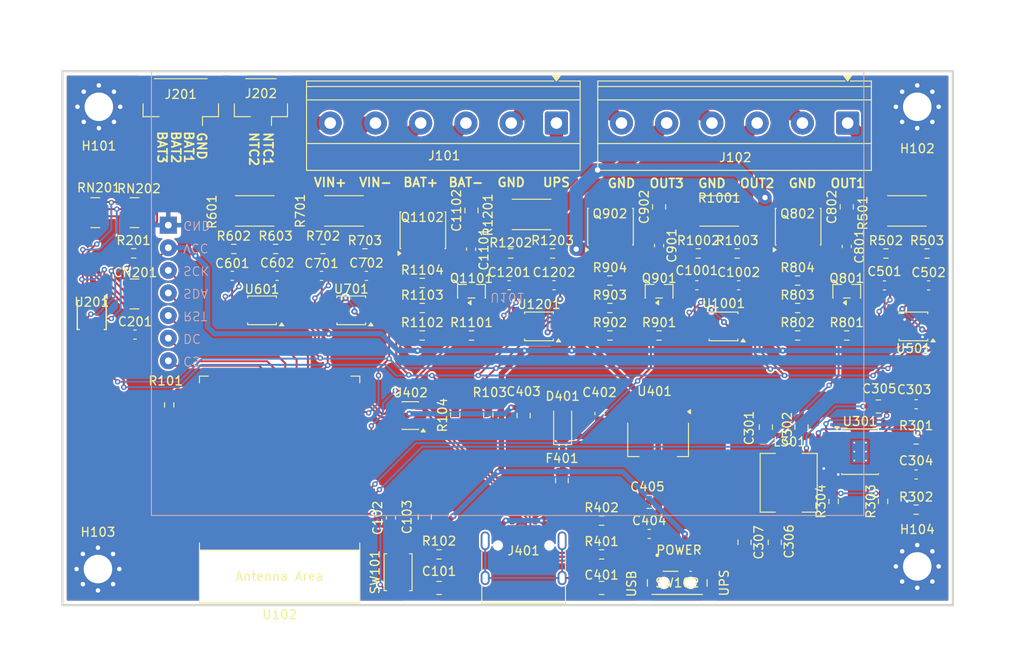
<source format=kicad_pcb>
(kicad_pcb (version 20241229) (generator "pcbnew") (generator_version "9.0")
  (layers (0 "F.Cu" signal "Front") (2 "B.Cu" signal "Back") (13 "F.Paste" user) (15 "B.Paste" user) (5 "F.SilkS" user "F.Silkscreen") (7 "B.SilkS" user "B.Silkscreen") (1 "F.Mask" user) (3 "B.Mask" user) (25 "Edge.Cuts" user))
  (net 0 "")
  (net 1 "Net-(J202-Pin_2)")
  (net 2 "Net-(RN201-R1.2)")
  (net 3 "Net-(RN201-R3.2)")
  (net 4 "EN")
  (net 6 "Net-(U301-SS)")
  (net 7 "BOOT")
  (net 8 "BAT_1")
  (net 9 "BAT_2")
  (net 10 "BAT_3")
  (net 11 "SDA")
  (net 12 "SCL")
  (net 13 "USB_D+")
  (net 14 "USB_D-")
  (net 15 "Net-(U301-COMP)")
  (net 16 "Net-(U301-BS)")
  (net 17 "Net-(J401-SHIELD)")
  (net 18 "Net-(U501-Vin-)")
  (net 19 "Net-(U501-Vin+)")
  (net 20 "Net-(U601-Vin-)")
  (net 21 "Net-(U601-Vin+)")
  (net 22 "Net-(J401-CC1)")
  (net 23 "Net-(Q801-G)")
  (net 24 "Net-(U301-EN)")
  (net 25 "Net-(U301-FB)")
  (net 26 "EN_OUT1")
  (net 27 "GND")
  (net 28 "/USB_LDO/USB_5V")
  (net 29 "EN_OUT3")
  (net 30 "EN_OUT2")
  (net 31 "Net-(RN201-R2.2)")
  (net 33 "/BAT_ADS1115/ALERT")
  (net 34 "Net-(Q902-G)")
  (net 35 "Net-(U1001-Vin-)")
  (net 36 "Net-(U1001-Vin+)")
  (net 37 "Net-(Q901-G)")
  (net 38 "Net-(Q901-D)")
  (net 39 "/Output1/ALERT")
  (net 40 "/INA226_IN/ALERT")
  (net 41 "/USB_LDO/RAW_5V")
  (net 42 "/USB_LDO/RAW_USB_D-")
  (net 43 "/USB_LDO/RAW_USB_D+")
  (net 44 "/INA226_BAT/ALERT")
  (net 45 "/Output2/ALERT")
  (net 46 "/Output3/ALERT")
  (net 47 "Net-(U201-AIN3)")
  (net 48 "TFT_RST")
  (net 49 "TFT_DC")
  (net 50 "SPI_MOSI")
  (net 51 "SPI_SCLK")
  (net 52 "SPI_CS_TFT")
  (net 53 "/SHUNT_IN_LO")
  (net 54 "/SHUNT_OUT_HI")
  (net 55 "/Output1/SHUNT_DRAIN")
  (net 56 "/Output2/SHUNT_DRAIN")
  (net 57 "/Output3/SHUNT_DRAIN")
  (net 58 "+3V3_UPS")
  (net 59 "+3V3_USB")
  (net 60 "+3V3")
  (net 61 "/SHUNT_IN_HI")
  (net 62 "/SHUNT_BAT_LO")
  (net 63 "/+12V_UPS")
  (net 64 "/MP2307/SW")
  (net 65 "/SHUNT_OUT_LO")
  (net 66 "/SHUNT_BAT_HI")
  (net 67 "Net-(U501-Vbus)")
  (net 68 "Net-(U601-Vbus)")
  (net 69 "Net-(NT602-Pad2)")
  (net 70 "Net-(U1001-Vbus)")
  (net 94 "Net-(NT302-Pad1)")
  (net 95 "/MP2307/PWR_GND")
  (net 96 "Net-(NT901-Pad1)")
  (net 97 "/SHUNT_OUT_LO2")
  (net 98 "/SHUNT_OUT_LO3")
  (net 99 "/SHUNT_OUT_LO1")
  (net 100 "Net-(C304-Pad2)")
  (net 101 "Net-(U701-Vin-)")
  (net 102 "Net-(U701-Vin+)")
  (net 103 "Net-(Q802-G)")
  (net 105 "Net-(J401-CC2)")
  (net 107 "Net-(Q801-D)")
  (net 108 "Net-(Q1102-G)")
  (net 109 "Net-(U1201-Vin+)")
  (net 110 "Net-(U1201-Vin-)")
  (net 111 "Net-(Q1101-G)")
  (net 112 "Net-(Q1101-D)")
  (net 113 "Net-(C305-Pad2)")
  (net 114 "Net-(NT502-Pad2)")
  (net 115 "Net-(U701-Vbus)")
  (net 116 "Net-(NT702-Pad2)")
  (net 117 "Net-(NT1002-Pad2)")
  (net 118 "Net-(U1201-Vbus)")
  (net 119 "Net-(NT1202-Pad2)")
  (net 120 "Net-(NT303-Pad2)")
  (net 121 "Net-(NT801-Pad1)")
  (net 122 "Net-(NT1101-Pad1)")
  (footprint "Resistor_SMD:R_0603_1608Metric_Pad0.98x0.95mm_HandSolder" (layer "F.Cu") (at 126.65 57.778333 180)
    (property "Reference" "R603")
    (property "Value" "10R")
  )
  (footprint "Package_TO_SOT_SMD:SOT-223-3_TabPin2" (layer "F.Cu") (at 169.6 79.2 -90)
    (property "Reference" "U401")
    (property "Value" "AP7361-33ER-13")
  )
  (footprint "Capacitor_SMD:C_0805_2012Metric" (layer "F.Cu") (at 179.3 90.746252 -90)
    (property "Reference" "C307")
    (property "Value" "22uF")
  )
  (footprint "Resistor_SMD:R_2512_6332Metric_Pad1.40x3.35mm_HandSolder" (layer "F.Cu") (at 124.3 53.5 180)
    (property "Reference" "R601")
    (property "Value" "0.01R")
  )
  (footprint "Package_SO:VSSOP-10_3x3mm_P0.5mm" (layer "F.Cu") (at 156.2158 66.48 180)
    (property "Reference" "U1201")
    (property "Value" "INA226")
  )
  (footprint "NetTie:NetTie-2_SMD_Pad0.5mm" (layer "F.Cu") (at 183.4 58.85 90)
    (property "Reference" "NT801" (hide yes))
    (property "Value" "NetTie_2" (hide yes))
  )
  (footprint "Capacitor_SMD:C_0603_1608Metric" (layer "F.Cu") (at 148.6 57.8 -90)
    (property "Reference" "C1101")
    (property "Value" "100nF")
  )
  (footprint "Package_SO:VSSOP-10_3x3mm_P0.5mm" (layer "F.Cu") (at 125.12 64.675 180)
    (property "Reference" "U601")
    (property "Value" "INA226")
  )
  (footprint "Capacitor_SMD:C_0603_1608Metric" (layer "F.Cu") (at 131.8052 60.8)
    (property "Reference" "C701")
    (property "Value" "100nF")
  )
  (footprint "Resistor_SMD:R_0603_1608Metric_Pad0.98x0.95mm_HandSolder" (layer "F.Cu") (at 110.7 58.266667 180)
    (property "Reference" "R201")
    (property "Value" "1K")
  )
  (footprint "NetTie:NetTie-2_SMD_Pad0.5mm" (layer "F.Cu") (at 191.385 82.05 90)
    (property "Reference" "NT302" (hide yes))
    (property "Value" "NetTie_SW_FB" (hide yes))
  )
  (footprint "Resistor_SMD:R_0603_1608Metric_Pad0.98x0.95mm_HandSolder" (layer "F.Cu") (at 163.25 92.1)
    (property "Reference" "R401")
    (property "Value" "5.1K")
  )
  (footprint "Resistor_SMD:R_0603_1608Metric_Pad0.98x0.95mm_HandSolder" (layer "F.Cu") (at 150.53 76.45 90)
    (property "Reference" "R103")
    (property "Value" "4.7K")
  )
  (footprint "Resistor_SMD:R_0603_1608Metric_Pad0.98x0.95mm_HandSolder" (layer "F.Cu") (at 195.187 58.286667 180)
    (property "Reference" "R502")
    (property "Value" "10R")
  )
  (footprint "NetTie:NetTie-2_SMD_Pad0.5mm" (layer "F.Cu") (at 152.4 55.8 -90)
    (property "Reference" "NT1201" (hide yes))
    (property "Value" "NetTie_SHUNT_IN_SENSE" (hide yes))
  )
  (footprint "Capacitor_SMD:C_0603_1608Metric" (layer "F.Cu") (at 163.015 76.275 90)
    (property "Reference" "C402")
    (property "Value" "100nF")
  )
  (footprint "Resistor_SMD:R_0603_1608Metric_Pad0.98x0.95mm_HandSolder" (layer "F.Cu") (at 157.7458 58.278333 180)
    (property "Reference" "R1203")
    (property "Value" "10R")
  )
  (footprint "Package_SO:SOIC-8_3.9x4.9mm_P1.27mm" (layer "F.Cu") (at 185.3266 55.27 90)
    (property "Reference" "Q802")
    (property "Value" "AO4407A")
  )
  (footprint "Capacitor_SMD:C_0805_2012Metric" (layer "F.Cu") (at 148.6406 53.45 90)
    (property "Reference" "C1102")
    (property "Value" "22uF")
  )
  (footprint "Capacitor_SMD:C_0603_1608Metric" (layer "F.Cu") (at 173.9464 61.856667)
    (property "Reference" "C1001")
    (property "Value" "100nF")
  )
  (footprint "Package_SO:VSSOP-10_3x3mm_P0.5mm" (layer "F.Cu") (at 198.2695 66.48 180)
    (property "Reference" "U501")
    (property "Value" "INA226")
  )
  (footprint "Resistor_SMD:R_0603_1608Metric_Pad0.98x0.95mm_HandSolder" (layer "F.Cu") (at 143.1179 61.6 180)
    (property "Reference" "R1104")
    (property "Value" "47R")
  )
  (footprint "Connector_JST:JST_GH_SM02B-GHS-TB_1x02-1MP_P1.25mm_Horizontal" (layer "F.Cu") (at 125 41.2 180)
    (property "Reference" "J202")
    (property "Value" "BAT_NTC")
  )
  (footprint "Resistor_SMD:R_0603_1608Metric_Pad0.98x0.95mm_HandSolder" (layer "F.Cu") (at 198.57 79.176667 180)
    (property "Reference" "R301")
    (property "Value" "100K")
  )
  (footprint "Fuse:Fuse_0805_2012Metric" (layer "F.Cu") (at 158.8 83.8 90)
    (property "Reference" "F401")
    (property "Value" "Polyfuse 0.75A")
  )
  (footprint "Capacitor_SMD:C_0603_1608Metric" (layer "F.Cu") (at 152.8758 61.856667)
    (property "Reference" "C1201")
    (property "Value" "100nF")
  )
  (footprint "Resistor_SMD:R_0603_1608Metric_Pad0.98x0.95mm_HandSolder" (layer "F.Cu") (at 153.0458 58.278333 180)
    (property "Reference" "R1202")
    (property "Value" "10R")
  )
  (footprint "Capacitor_SMD:C_0603_1608Metric" (layer "F.Cu") (at 195.017 61.873333)
    (property "Reference" "C501")
    (property "Value" "100nF")
  )
  (footprint "Connector_USB:USB_C_Receptacle_HRO_TYPE-C-31-M-12" (layer "F.Cu") (at 154.5 93.7)
    (property "Reference" "J401")
    (property "Value" "USB_C_Receptacle_USB2.0_16P")
  )
  (footprint "Capacitor_SMD:C_0603_1608Metric" (layer "F.Cu") (at 190.7818 57.5 -90)
    (property "Reference" "C801")
    (property "Value" "100nF")
  )
  (footprint "Diode_SMD:D_SMF" (layer "F.Cu") (at 158.88 77.4 90)
    (property "Reference" "D401")
    (property "Value" "SMF5.0A")
  )
  (footprint "Package_SO:VSSOP-10_3x3mm_P0.5mm" (layer "F.Cu") (at 176.947 66.48 180)
    (property "Reference" "U1001")
    (property "Value" "INA226")
  )
  (footprint "Resistor_SMD:R_0603_1608Metric_Pad0.98x0.95mm_HandSolder" (layer "F.Cu") (at 143.1179 67.5)
    (property "Reference" "R1102")
    (property "Value" "100K")
  )
  (footprint "Resistor_SMD:R_0603_1608Metric_Pad0.98x0.95mm_HandSolder" (layer "F.Cu") (at 194.86 86.15 90)
    (property "Reference" "R303")
    (property "Value" "10K")
  )
  (footprint "NetTie:NetTie-2_SMD_Pad0.5mm" (layer "F.Cu") (at 186.25 80.7 -90)
    (property "Reference" "NT303" (hide yes))
    (property "Value" "NetTie_IN_EN" (hide yes))
  )
  (footprint "Resistor_SMD:R_0603_1608Metric_Pad0.98x0.95mm_HandSolder" (layer "F.Cu") (at 199.7995 58.286667 180)
    (property "Reference" "R503")
    (property "Value" "10R")
  )
  (footprint "NetTie:NetTie-2_SMD_Pad0.5mm" (layer "F.Cu") (at 131.2752 55.3 -90)
    (property "Reference" "NT701" (hide yes))
    (property "Value" "NetTie_SHUNT_IN_SENSE" (hide yes))
  )
  (footprint "Capacitor_SMD:C_0603_1608Metric" (layer "F.Cu") (at 199.9695 61.873333 180)
    (property "Reference" "C502")
    (property "Value" "100nF")
  )
  (footprint "Capacitor_SMD:C_0603_1608Metric" (layer "F.Cu") (at 126.82 60.8 180)
    (property "Reference" "C602")
    (property "Value" "100nF")
  )
  (footprint "Capacitor_SMD:C_0805_2012Metric" (layer "F.Cu") (at 190.7818 53.05 90)
    (property "Reference" "C802")
    (property "Value" "22uF")
  )
  (footprint "Resistor_SMD:R_0603_1608Metric_Pad0.98x0.95mm_HandSolder" (layer "F.Cu") (at 121.95 57.778333 180)
    (property "Reference" "R602")
    (property "Value" "10R")
  )
  (footprint "NetTie:NetTie-2_SMD_Pad0.5mm" (layer "F.Cu") (at 141.25 59.2 90)
    (property "Reference" "NT1101" (hide yes))
    (property "Value" "NetTie_2" (hide yes))
  )
  (footprint "Capacitor_SMD:C_0603_1608Metric" (layer "F.Cu") (at 198.57 83.123333)
    (property "Reference" "C304")
    (property "Value" "3.9nF")
  )
  (footprint "Resistor_SMD:R_2512_6332Metric_Pad1.40x3.35mm_HandSolder" (layer "F.Cu") (at 155.3958 53.9 180)
    (property "Reference" "R1201")
    (property "Value" "0.01R")
  )
  (footprint "Resistor_SMD:R_0603_1608Metric_Pad0.98x0.95mm_HandSolder" (layer "F.Cu") (at 185.2591 67.5)
    (property "Reference" "R802")
    (property "Value" "100K")
  )
  (footprint "NetTie:NetTie-2_SMD_Pad0.5mm" (layer "F.Cu") (at 187.6 79 90)
    (property "Reference" "NT301" (hide yes))
    (property "Value" "NetTie_SW_BS" (hide yes))
  )
  (footprint "Package_TO_SOT_SMD:SOT-23" (layer "F.Cu") (at 169.7112 62.526667 90)
    (property "Reference" "Q901")
    (property "Value" "2N7002")
  )
  (footprint "Resistor_SMD:R_0603_1608Metric_Pad0.98x0.95mm_HandSolder" (layer "F.Cu") (at 143.1179 64.413333 180)
    (property "Reference" "R1103")
    (property "Value" "100K")
  )
  (footprint "Resistor_SMD:R_0603_1608Metric_Pad0.98x0.95mm_HandSolder" (layer "F.Cu") (at 198.57 87.07)
    (property "Reference" "R302")
    (property "Value" "7.5K")
  )
  (footprint "Resistor_SMD:R_0603_1608Metric_Pad0.98x0.95mm_HandSolder" (layer "F.Cu") (at 148.6406 67.5)
    (property "Reference" "R1101")
    (property "Value" "1K")
  )
  (footprint "Resistor_SMD:R_0603_1608Metric_Pad0.98x0.95mm_HandSolder" (layer "F.Cu") (at 190.7818 67.5)
    (property "Reference" "R801")
    (property "Value" "1K")
  )
  (footprint "Capacitor_SMD:C_0805_2012Metric" (layer "F.Cu") (at 194.34 75.48 180)
    (property "Reference" "C305")
    (property "Value" "10nF")
  )
  (footprint "Capacitor_SMD:C_0603_1608Metric" (layer "F.Cu") (at 121.78 60.8)
    (property "Reference" "C601")
    (property "Value" "100nF")
  )
  (footprint "Capacitor_SMD:C_0805_2012Metric" (layer "F.Cu") (at 154.495 76.5 -90)
    (property "Reference" "C403")
    (property "Value" "10uF")
  )
  (footprint "NetTie:NetTie-2_SMD_Pad0.5mm" (layer "F.Cu") (at 137.3752 55.5 -90)
    (property "Reference" "NT702" (hide yes))
    (property "Value" "NetTie_SHUNT_OUT_SENSE" (hide yes))
  )
  (footprint "Capacitor_SMD:C_0805_2012Metric" (layer "F.Cu") (at 185.7 77.8 90)
    (property "Reference" "C302")
    (property "Value" "10uF")
  )
  (footprint "Capacitor_SMD:C_0603_1608Metric" (layer "F.Cu") (at 110.87 67.4)
    (property "Reference" "C201")
    (property "Value" "100nF")
  )
  (footprint "NosLib:C_Array_Convex_4x0603" (layer "F.Cu") (at 110.8 62.833333)
    (property "Reference" "CN201")
    (property "Value" "100nF")
  )
  (footprint "Resistor_SMD:R_0603_1608Metric_Pad0.98x0.95mm_HandSolder" (layer "F.Cu") (at 163.25 88.3)
    (property "Reference" "R402")
    (property "Value" "5.1K")
  )
  (footprint "Capacitor_SMD:C_0805_2012Metric" (layer "F.Cu") (at 143.4 87.9 90)
    (property "Reference" "C103")
    (property "Value" "22uF")
  )
  (footprint "Resistor_SMD:R_0603_1608Metric_Pad0.98x0.95mm_HandSolder" (layer "F.Cu") (at 131.9752 57.778333 180)
    (property "Reference" "R702")
    (property "Value" "10R")
  )
  (footprint "Package_SO:VSSOP-10_3x3mm_P0.5mm" (layer "F.Cu") (at 135.1452 64.675 180)
    (property "Reference" "U701")
    (property "Value" "INA226")
  )
  (footprint "Resistor_SMD:R_0603_1608Metric_Pad0.98x0.95mm_HandSolder" (layer "F.Cu") (at 136.6752 58.278333 180)
    (property "Reference" "R703")
    (property "Value" "10R")
  )
  (footprint "Resistor_SMD:R_0603_1608Metric_Pad0.98x0.95mm_HandSolder" (layer "F.Cu") (at 189.31 86.15 -90)
    (property "Reference" "R304")
    (property "Value" "26.1K")
  )
  (footprint "MountingHole:MountingHole_3.2mm_M3_Pad_Via" (layer "F.Cu") (at 198.7 93.45)
    (property "Reference" "H104")
    (property "Value" "MountingHole")
  )
  (footprint "Package_SO:SOIC-8_3.9x4.9mm_P1.27mm" (layer "F.Cu") (at 164.256 55.27 90)
    (property "Reference" "Q902")
    (property "Value" "AO4407A")
  )
  (footprint "Resistor_SMD:R_0603_1608Metric_Pad0.98x0.95mm_HandSolder" (layer "F.Cu") (at 185.2591 64.413333 180)
    (property "Reference" "R803")
    (property "Value" "100K")
  )
  (footprint "Resistor_SMD:R_2512_6332Metric_Pad1.40x3.35mm_HandSolder" (layer "F.Cu") (at 197.537 53.5 180)
    (property "Reference" "R501")
    (property "Value" "0.01R")
  )
  (footprint "Capacitor_SMD:C_0603_1608Metric" (layer "F.Cu") (at 169.7112 57.4 -90)
    (property "Reference" "C901")
    (property "Value" "100nF")
  )
  (footprint "Resistor_SMD:R_0603_1608Metric_Pad0.98x0.95mm_HandSolder" (layer "F.Cu") (at 164.1885 64.413333 180)
    (property "Reference" "R903")
    (property "Value" "100K")
  )
  (footprint "Resistor_SMD:R_0603_1608Metric_Pad0.98x0.95mm_HandSolder" (layer "F.Cu") (at 169.7112 67.5)
    (property "Reference" "R901")
    (property "Value" "1K")
  )
  (footprint "NetTie:NetTie-2_SMD_Pad0.5mm" (layer "F.Cu") (at 158.4 55.75 -90)
    (property "Reference" "NT1202" (hide yes))
    (property "Value" "NetTie_SHUNT_OUT_SENSE" (hide yes))
  )
  (footprint "Connector_JST:JST_GH_SM04B-GHS-TB_1x04-1MP_P1.25mm_Horizontal" (layer "F.Cu") (at 116 41.2 180)
    (property "Reference" "J201")
    (property "Value" "BAT_SENSE")
  )
  (footprint "TerminalBlock_Phoenix:TerminalBlock_Phoenix_MKDS-1,5-6-5.08_1x06_P5.08mm_Horizontal" (layer "F.Cu") (at 158.18 43.6275 180)
    (property "Reference" "J101")
    (property "Value" "INPUTS")
  )
  (footprint "Package_TO_SOT_SMD:SOT-23-6" (layer "F.Cu") (at 141.78 76.5 180)
    (property "Reference" "U402")
    (property "Value" "USBLC6-2SC6")
  )
  (footprint "Capacitor_SMD:C_0603_1608Metric" (layer "F.Cu") (at 168.6 89.8 180)
    (property "Reference" "C404")
    (property "Value" "100nF")
  )
  (footprint "Capacitor_SMD:C_0603_1608Metric" (layer "F.Cu") (at 136.8452 60.8 180)
    (property "Reference" "C702")
    (property "Value" "100nF")
  )
  (footprint "Capacitor_SMD:C_0805_2012Metric" (layer "F.Cu") (at 169.7112 53.05 90)
    (property "Reference" "C902")
    (property "Value" "22uF")
  )
  (footprint "Capacitor_SMD:C_0805_2012Metric" (layer "F.Cu") (at 168.6 86.2 180)
    (property "Reference" "C405")
    (property "Value" "10uF")
  )
  (footprint "Package_TO_SOT_SMD:SOT-23" (layer "F.Cu") (at 148.6406 62.526667 90)
    (property "Reference" "Q1101")
    (property "Value" "2N7002")
  )
  (footprint "Capacitor_SMD:C_0603_1608Metric" (layer "F.Cu") (at 157.9158 61.856667 180)
    (property "Reference" "C1202")
    (property "Value" "100nF")
  )
  (footprint "Capacitor_SMD:C_0805_2012Metric" (layer "F.Cu") (at 145 95.87 180)
    (property "Reference" "C101")
    (property "Value" "1uF")
  )
  (footprint "Resistor_SMD:R_0603_1608Metric_Pad0.98x0.95mm_HandSolder" (layer "F.Cu") (at 164.1885 61.326667 180)
    (property "Reference" "R904")
    (property "Value" "47R")
  )
  (footprint "PCM_Espressif:ESP32-S3-WROOM-1" (layer "F.Cu") (at 127.1 81.817 180)
    (property "Reference" "U102")
    (property "Value" "ESP32-S3-WROOM-1")
  )
  (footprint "Resistor_SMD:R_Array_Convex_4x0603" (layer "F.Cu") (at 106.4 53.7)
    (property "Reference" "RN201")
    (property "Value" "39K")
  )
  (footprint "Resistor_SMD:R_0603_1608Metric_Pad0.98x0.95mm_HandSolder" (layer "F.Cu") (at 164.1885 67.5)
    (property "Reference" "R902")
    (property "Value" "100K")
  )
  (footprint "Capacitor_SMD:C_0603_1608Metric" (layer "F.Cu") (at 178.647 61.856667 180)
    (property "Reference" "C1002")
    (property "Value" "100nF")
  )
  (footprint "Package_SO:SOIC-8_3.9x4.9mm_P1.27mm" (layer "F.Cu") (at 143.1854 55.67 90)
    (property "Reference" "Q1102")
    (property "Value" "AO4407A")
  )
  (footprint "NetTie:NetTie-2_SMD_Pad0.5mm" (layer "F.Cu") (at 121.3 55.4 -90)
    (property "Reference" "NT601" (hide yes))
    (property "Value" "NetTie_SHUNT_IN_SENSE" (hide yes))
  )
  (footprint "Package_SO:SOIC-8-1EP_3.9x4.9mm_P1.27mm_EP2.29x3mm_ThermalVias" (layer "F.Cu") (at 192.28 80.55)
    (property "Reference" "U301")
    (property "Value" "MP2307DN-LF-Z")
  )
  (footprint "Resistor_SMD:R_0603_1608Metric_Pad0.98x0.95mm_HandSolder" (layer "F.Cu") (at 185.2591 61.326667 180)
    (property "Reference" "R804")
    (property "Value" "47R")
  )
  (footprint "Resistor_SMD:R_2512_6332Metric_Pad1.40x3.35mm_HandSolder" (layer "F.Cu") (at 176.4664 53.5 180)
    (property "Reference" "R1001")
    (property "Value" "0.01R")
  )
  (footprint "Inductor_SMD:L_6.3x6.3_H3" (layer "F.Cu") (at 184.26 84.05 -90)
    (property "Reference" "L301")
    (property "Value" "10uH 4A")
  )
  (footprint "NetTie:NetTie-2_SMD_Pad0.5mm" (layer "F.Cu") (at 179.5164 55.3 -90)
    (property "Reference" "NT1002" (hide yes))
    (property "Value" "NetTie_SHUNT_OUT_SENSE" (hide yes))
  )
  (footprint "Capacitor_SMD:C_0805_2012Metric" (layer "F.Cu") (at 181.7 77.8 90)
    (property "Reference" "C301")
    (property "Value" "10uF")
  )
  (footprint "Resistor_SMD:R_0603_1608Metric_Pad0.98x0.95mm_HandSolder" (layer "F.Cu") (at 178.477 58.278333 180)
    (property "Reference" "R1003")
    (property "Value" "10R")
  )
  (footprint "MountingHole:MountingHole_3.2mm_M3_Pad_Via" (layer "F.Cu") (at 198.7 41.8)
    (property "Reference" "H102")
    (property "Value" "MountingHole")
  )
  (footprint "Capacitor_SMD:C_0603_1608Metric" (layer "F.Cu") (at 139.6 88 90)
    (property "Reference" "C102")
    (property "Value" "100nF")
  )
  (footprint "NetTie:NetTie-2_SMD_Pad0.5mm" (layer "F.Cu") (at 161.3 58.6 90)
    (property "Reference" "NT101" (hide yes))
    (property "Value" "NetTie_OUT_12V" (hide yes))
  )
  (footprint "Capacitor_SMD:C_0805_2012Metric" (layer "F.Cu") (at 182.7 90.746252 -90)
    (property "Reference" "C306")
    (property "Value" "22uF")
  )
  (footprint "Resistor_SMD:R_0603_1608Metric_Pad0.98x0.95mm_HandSolder" (layer "F.Cu") (at 114.7 75.3 -90)
    (property "Reference" "R101")
    (property "Value" "10K")
  )
  (footprint "Resistor_SMD:R_2512_6332Metric_Pad1.40x3.35mm_HandSolder" (layer "F.Cu") (at 134.3252 53.5 180)
    (property "Reference" "R701")
    (property "Value" "0.01R")
  )
  (footprint "TerminalBlock_Phoenix:TerminalBlock_Phoenix_MKDS-1,5-6-5.08_1x06_P5.08mm_Horizontal" (layer "F.Cu") (at 190.884 43.6275 180)
    (property "Reference" "J102")
    (property "Value" "OUTPUTS")
  )
  (footprint "Button_Switch_SMD:SW_Push_SPST_NO_Alps_SKRK" (layer "F.Cu") (at 140.4 94.1 90)
    (property "Reference" "SW101")
    (property "Value" "SW_Reset")
  )
  (footprint "MountingHole:MountingHole_3.2mm_M3_Pad_Via" (layer "F.Cu") (at 106.8 41.8)
    (property "Reference" "H101")
    (property "Value" "MountingHole")
  )
  (footprint "NetTie:NetTie-2_SMD_Pad0.5mm" (layer "F.Cu") (at 194.5 55.3 -90)
    (property "Reference" "NT501" (hide yes))
    (property "Value" "NetTie_SHUNT_IN_SENSE" (hide yes))
  )
  (footprint "Capacitor_SMD:C_0603_1608Metric" (layer "F.Cu") (at 198.57 75.23)
    (property "Reference" "C303")
    (property "Value" "100nF")
  )
  (footprint "Resistor_SMD:R_0603_1608Metric_Pad0.98x0.95mm_HandSolder" (layer "F.Cu") (at 174.1164 58.278333 180)
    (property "Reference" "R1002")
    (property "Value" "10R")
  )
  (footprint "NetTie:NetTie-2_SMD_Pad0.5mm" (layer "F.Cu") (at 185.46 86.55 180)
    (property "Reference" "NT304" (hide yes))
    (property "Value" "NetTie_GND" (hide yes))
  )
  (footprint "Resistor_SMD:R_Array_Convex_4x0603" (layer "F.Cu") (at 110.8 53.7)
    (property "Reference" "RN202")
    (property "Value" "10K")
  )
  (footprint "SSSS811101:SW_SSSS811101" (layer "F.Cu") (at 171.749436 95.3)
    (property "Reference" "SW102")
    (property "Value" "SSSS811101")
  )
  (footprint "NetTie:NetTie-2_SMD_Pad0.5mm" (layer "F.Cu") (at 127.35 55.2 -90)
    (property "Reference" "NT602" (hide yes))
    (property "Value" "NetTie_SHUNT_OUT_SENSE" (hide yes))
  )
  (footprint "Capacitor_SMD:C_0805_2012Metric" (layer "F.Cu") (at 163.25 95.87)
    (property "Reference" "C401")
    (property "Value" "1nF")
  )
  (footprint "Package_SO:TSSOP-10_3x3mm_P0.5mm" (layer "F.Cu") (at 106 65.2 -90)
    (property "Reference" "U201")
    (property "Value" "ADS1115IDGS")
  )
  (footprint "Resistor_SMD:R_0603_1608Metric_Pad0.98x0.95mm_HandSolder" (layer "F.Cu") (at 146.815 76.45 90)
    (property "Reference" "R104")
    (property "Value" "4.7K")
  )
  (footprint "Resistor_SMD:R_0603_1608Metric_Pad0.98x0.95mm_HandSolder" (layer "F.Cu") (at 145 92.1)
    (property "Reference" "R102")
    (property "Value" "10K")
  )
  (footprint "MountingHole:MountingHole_3.2mm_M3_Pad_Via" (layer "F.Cu") (at 106.7 93.747056)
    (property "Reference" "H103")
    (property "Value" "MountingHole")
  )
  (footprint "NetTie:NetTie-2_SMD_Pad0.5mm" (layer "F.Cu") (at 173.4164 55.3 -90)
    (property "Reference" "NT1001" (hide yes))
    (property "Value" "NetTie_SHUNT_IN_SENSE" (hide yes))
  )
  (footprint "NetTie:NetTie-2_SMD_Pad0.5mm" (layer "F.Cu") (at 200.6 55.4 -90)
    (property "Reference" "NT502" (hide yes))
    (property "Value" "NetTie_SHUNT_OUT_SENSE" (hide yes))
  )
  (footprint "NetTie:NetTie-2_SMD_Pad0.5mm" (layer "F.Cu") (at 162.45 58.75 90)
    (property "Reference" "NT901" (hide yes))
    (property "Value" "NetTie_2" (hide yes))
  )
  (footprint "Package_TO_SOT_SMD:SOT-23" (layer "F.Cu") (at 190.7818 62.526667 90)
    (property "Reference" "Q801")
    (property "Value" "2N7002")
  )
  (footprint "NosLib:GMT028-05" (layer "B.Cu") (at 152.7 62.723)
    (property "Reference" "U101")
    (property "Value" "GMT028-05")
  )
  (gr_rect (start 102.7 37.8) (end 202.7 97.8) (stroke (width 0.254)) (fill no) (layer "Edge.Cuts"))
  (gr_text "GND" (at 118.35 46.2 270) (layer "F.SilkS") (effects (font (size 1 1) (thickness 0.2) (bold yes))))
  (gr_text "OUT2" (at 180.724 50.4 0) (layer "F.SilkS") (effects (font (size 1 1) (thickness 0.2) (bold yes))))
  (gr_text "NTC1" (at 125.804 46.557143 270) (layer "F.SilkS") (effects (font (size 1 1) (thickness 0.2) (bold yes))))
  (gr_text "GND" (at 165.484 50.4 0) (layer "F.SilkS") (effects (font (size 1 1) (thickness 0.2) (bold yes))))
  (gr_text "VIN+" (at 132.78 50.3 0) (layer "F.SilkS") (effects (font (size 1 1) (thickness 0.2) (bold yes))))
  (gr_text "GND" (at 175.644 50.4 0) (layer "F.SilkS") (effects (font (size 1 1) (thickness 0.2) (bold yes))))
  (gr_text "OUT3" (at 170.564 50.4 0) (layer "F.SilkS") (effects (font (size 1 1) (thickness 0.2) (bold yes))))
  (gr_text "BAT2" (at 115.45 46.35 270) (layer "F.SilkS") (effects (font (size 1 1) (thickness 0.2) (bold yes))))
  (gr_text "USB" (at 167.2 97 90) (layer "F.SilkS") (effects (font (size 1 1)) (justify left bottom)))
  (gr_text "BAT-" (at 148.02 50.3 0) (layer "F.SilkS") (effects (font (size 1 1) (thickness 0.2) (bold yes))))
  (gr_text "UPS" (at 177.6 96.9 90) (layer "F.SilkS") (effects (font (size 1 1)) (justify left bottom)))
  (gr_text "UPS" (at 158.18 50.3 0) (layer "F.SilkS") (effects (font (size 1 1) (thickness 0.2) (bold yes))))
  (gr_text "VIN-" (at 137.86 50.3 0) (layer "F.SilkS") (effects (font (size 1 1) (thickness 0.2) (bold yes))))
  (gr_text "GND" (at 153.1 50.3 0) (layer "F.SilkS") (effects (font (size 1 1) (thickness 0.2) (bold yes))))
  (gr_text "BAT1" (at 116.9 46.35 270) (layer "F.SilkS") (effects (font (size 1 1) (thickness 0.2) (bold yes))))
  (gr_text "OUT1" (at 190.884 50.4 0) (layer "F.SilkS") (effects (font (size 1 1) (thickness 0.2) (bold yes))))
  (gr_text "BAT+" (at 142.94 50.3 0) (layer "F.SilkS") (effects (font (size 1 1) (thickness 0.2) (bold yes))))
  (gr_text "GND" (at 185.804 50.4 0) (layer "F.SilkS") (effects (font (size 1 1) (thickness 0.2) (bold yes))))
  (gr_text "BAT3" (at 113.9 46.35 270) (layer "F.SilkS") (effects (font (size 1 1) (thickness 0.2) (bold yes))))
  (gr_text "NTC2" (at 124.204 46.557143 270) (layer "F.SilkS") (effects (font (size 1 1) (thickness 0.2) (bold yes))))
  (gr_text "POWER" (at 169.3 92.2 0) (layer "F.SilkS") (effects (font (size 1 1)) (justify left bottom)))
  (segment (start 113.3365 54.717667) (end 109.7875 58.266667) (width 0.22) (layer "F.Cu") (net 1))
  (segment (start 124.375 43.05) (end 121.2 43.05) (width 0.22) (layer "F.Cu") (net 1))
  (segment (start 109.7875 55.0125) (end 109.9 54.9) (width 0.22) (layer "F.Cu") (net 1))
  (segment (start 109.7875 58.266667) (end 109.7875 55.0125) (width 0.22) (layer "F.Cu") (net 1))
  (segment (start 121.2 43.05) (end 113.3365 50.9135) (width 0.22) (layer "F.Cu") (net 1))
  (segment (start 113.3365 50.9135) (end 113.3365 54.717667) (width 0.22) (layer "F.Cu") (net 1))
  (segment (start 105.5 63.05) (end 105.5 60.395384) (width 0.22) (layer "F.Cu") (net 2))
  (segment (start 106.568664 57.237328) (end 106.472672 57.237328) (width 0.22) (layer "F.Cu") (net 2))
  (segment (start 105.5 58.21) (end 105.5 60.395384) (width 0.22) (layer "F.Cu") (net 2))
  (segment (start 109.633333 64.033333) (end 105.995384 60.395384) (width 0.22) (layer "F.Cu") (net 2))
  (segment (start 107.3 52.5) (end 109.9 52.5) (width 0.22) (layer "F.Cu") (net 2))
  (segment (start 109.9 64.033333) (end 109.633333 64.033333) (width 0.22) (layer "F.Cu") (net 2))
  (segment (start 105.995384 60.395384) (end 105.5 60.395384) (width 0.22) (layer "F.Cu") (net 2))
  (segment (start 106.472672 57.237328) (end 105.5 58.21) (width 0.22) (layer "F.Cu") (net 2))
  (via (at 106.568664 57.237328) (size 0.6) (drill 0.3) (layers "F.Cu" "B.Cu") (net 2))
  (via (at 108.2 52.549) (size 0.6) (drill 0.3) (layers "F.Cu" "B.Cu") (net 2))
  (segment (start 106.6 57.237328) (end 108.2 55.637328) (width 0.22) (layer "B.Cu") (net 2))
  (segment (start 106.568664 57.237328) (end 106.6 57.237328) (width 0.22) (layer "B.Cu") (net 2))
  (segment (start 108.2 55.637328) (end 108.2 52.549) (width 0.22) (layer "B.Cu") (net 2))
  (segment (start 105 66) (end 105 67.35) (width 0.22) (layer "F.Cu") (net 3))
  (segment (start 108.9 54.1) (end 109.15 54.1) (width 0.22) (layer "F.Cu") (net 3))
  (segment (start 109.15 54.1) (end 108.989 54.261) (width 0.22) (layer "F.Cu") (net 3))
  (segment (start 108.2 61.05) (end 109.583333 62.433333) (width 0.22) (layer "F.Cu") (net 3))
  (segment (start 108.989 59.461) (end 108.2 60.25) (width 0.22) (layer "F.Cu") (net 3))
  (segment (start 108.989 54.261) (end 108.989 59.461) (width 0.22) (layer "F.Cu") (net 3))
  (segment (start 109.15 54.1) (end 109.9 54.1) (width 0.22) (layer "F.Cu") (net 3))
  (segment (start 107.3 54.1) (end 108.9 54.1) (width 0.22) (layer "F.Cu") (net 3))
  (segment (start 108.2 60.25) (end 108.2 61.05) (width 0.22) (layer "F.Cu") (net 3))
  (segment (start 105.9 65.1) (end 105 66) (width 0.22) (layer "F.Cu") (net 3))
  (segment (start 109.583333 62.433333) (end 109.9 62.433333) (width 0.22) (layer "F.Cu") (net 3))
  (via (at 108.2 60.25) (size 0.6) (drill 0.3) (layers "F.Cu" "B.Cu") (net 3))
  (via (at 105.9 65.1) (size 0.6) (drill 0.3) (layers "F.Cu" "B.Cu") (net 3))
  (segment (start 108.2 60.25) (end 108.64 60.69) (width 0.22) (layer "B.Cu") (net 3))
  (segment (start 108.64 63.11) (end 106.65 65.1) (width 0.22) (layer "B.Cu") (net 3))
  (segment (start 108.64 60.69) (end 108.64 63.11) (width 0.22) (layer "B.Cu") (net 3))
  (segment (start 106.65 65.1) (end 105.9 65.1) (width 0.22) (layer "B.Cu") (net 3))
  (segment (start 139.1 96.2) (end 140.4 96.2) (width 0.22) (layer "F.Cu") (net 4))
  (segment (start 137.463 87.537) (end 137.5 87.5) (width 0.22) (layer "F.Cu") (net 4))
  (segment (start 135.85 87.537) (end 137.463 87.537) (width 0.22) (layer "F.Cu") (net 4))
  (segment (start 145.9125 92.1) (end 145.9125 95.8325) (width 0.22) (layer "F.Cu") (net 4))
  (segment (start 145.9125 95.8325) (end 145.95 95.87) (width 0.22) (layer "F.Cu") (net 4))
  (segment (start 145.95 95.87) (end 144.914 96.906) (width 0.22) (layer "F.Cu") (net 4))
  (segment (start 144.914 96.906) (end 141.106 96.906) (width 0.22) (layer "F.Cu") (net 4))
  (segment (start 138.4 95.5) (end 139.1 96.2) (width 0.22) (layer "F.Cu") (net 4))
  (segment (start 141.106 96.906) (end 140.4 96.2) (width 0.22) (layer "F.Cu") (net 4))
  (via (at 137.5 87.5) (size 0.6) (drill 0.3) (layers "F.Cu" "B.Cu") (net 4))
  (via (at 138.4 95.5) (size 0.6) (drill 0.3) (layers "F.Cu" "B.Cu") (net 4))
  (segment (start 138.4 88.4) (end 138.4 95.5) (width 0.22) (layer "B.Cu") (net 4))
  (segment (start 137.5 87.5) (end 138.4 88.4) (width 0.22) (layer "B.Cu") (net 4))
  (segment (start 197.795 75.605) (end 194.755 78.645) (width 0.22) (layer "F.Cu") (net 6))
  (segment (start 197.795 75.23) (end 197.795 75.605) (width 0.22) (layer "F.Cu") (net 6))
  (segment (start 114.7 74.3875) (end 115.5205 73.567) (width 0.22) (layer "F.Cu") (net 7))
  (segment (start 115.5205 73.567) (end 118.35 73.567) (width 0.22) (layer "F.Cu") (net 7))
  (segment (start 116.625 43.899999) (end 108.585999 51.939) (width 0.22) (layer "F.Cu") (net 8))
  (segment (start 108.585999 51.939) (end 106.061 51.939) (width 0.22) (layer "F.Cu") (net 8))
  (segment (start 106.061 51.939) (end 105.5 52.5) (width 0.22) (layer "F.Cu") (net 8))
  (segment (start 116.625 43.05) (end 116.625 43.899999) (width 0.22) (layer "F.Cu") (net 8))
  (segment (start 105.21 51.518) (end 104.789 51.939) (width 0.22) (layer "F.Cu") (net 9))
  (segment (start 104.88 53.3) (end 105.5 53.3) (width 0.22) (layer "F.Cu") (net 9))
  (segment (start 104.789 51.939) (end 104.789 53.209) (width 0.22) (layer "F.Cu") (net 9))
  (segment (start 115.375 43.899999) (end 107.756999 51.518) (width 0.22) (layer "F.Cu") (net 9))
  (segment (start 107.756999 51.518) (end 105.21 51.518) (width 0.22) (layer "F.Cu") (net 9))
  (segment (start 104.789 53.209) (end 104.88 53.3) (width 0.22) (layer "F.Cu") (net 9))
  (segment (start 115.375 43.05) (end 115.375 43.899999) (width 0.22) (layer "F.Cu") (net 9))
  (segment (start 104.368 51.764616) (end 104.368 53.818) (width 0.22) (layer "F.Cu") (net 10))
  (segment (start 104.368 53.818) (end 104.65 54.1) (width 0.22) (layer "F.Cu") (net 10))
  (segment (start 114.125 43.05) (end 113.082616 43.05) (width 0.22) (layer "F.Cu") (net 10))
  (segment (start 104.65 54.1) (end 105.5 54.1) (width 0.22) (layer "F.Cu") (net 10))
  (segment (start 113.082616 43.05) (end 104.368 51.764616) (width 0.22) (layer "F.Cu") (net 10))
  (segment (start 150.34 75.3475) (end 150.53 75.5375) (width 0.22) (layer "F.Cu") (net 11))
  (segment (start 157.4748 68.421) (end 154.974384 68.421) (width 0.22) (layer "F.Cu") (net 11))
  (segment (start 127.32 64.175) (end 128.092964 64.175) (width 0.22) (layer "F.Cu") (net 11))
  (segment (start 154.974384 68.421) (end 154.279 68.421) (width 0.22) (layer "F.Cu") (net 11))
  (segment (start 157.415384 65.98) (end 154.974384 68.421) (width 0.22) (layer "F.Cu") (net 11))
  (segment (start 137.3452 64.175) (end 138.118164 64.175) (width 0.22) (layer "F.Cu") (net 11))
  (segment (start 179.919964 65.98) (end 180.5 66.560036) (width 0.22) (layer "F.Cu") (net 11))
  (segment (start 198.590933 66.546204) (end 199.137137 66) (width 0.22) (layer "F.Cu") (net 11))
  (segment (start 158.4158 67.48) (end 157.4748 68.421) (width 0.22) (layer "F.Cu") (net 11))
  (segment (start 150.34 72.232826) (end 150.34 75.3475) (width 0.22) (layer "F.Cu") (net 11))
  (segment (start 180.5 69.562672) (end 182.205077 71.267749) (width 0.22) (layer "F.Cu") (net 11))
  (segment (start 137.004068 76.107) (end 137.098534 76.201466) (width 0.22) (layer "F.Cu") (net 11))
  (segment (start 138.118164 64.175) (end 139.4 65.456836) (width 0.22) (layer "F.Cu") (net 11))
  (segment (start 151.527174 71.172826) (end 151.4 71.172826) (width 0.22) (layer "F.Cu") (net 11))
  (segment (start 131.079 67.161036) (end 131.079 69.453802) (width 0.22) (layer "F.Cu") (net 11))
  (segment (start 151.4 71.172826) (end 150.34 72.232826) (width 0.22) (layer "F.Cu") (net 11))
  (segment (start 131.079 69.453802) (end 131.665198 70.04) (width 0.22) (layer "F.Cu") (net 11))
  (segment (start 128.092964 64.175) (end 131.079 67.161036) (width 0.22) (layer "F.Cu") (net 11))
  (segment (start 195.4 71.2) (end 198.590933 68.009067) (width 0.22) (layer "F.Cu") (net 11))
  (segment (start 138.2 71.3) (end 139.4 70.1) (width 0.22) (layer "F.Cu") (net 11))
  (segment (start 139.4 65.456836) (end 139.4 70.1) (width 0.22) (layer "F.Cu") (net 11))
  (segment (start 138.2 72) (end 138.2 71.3) (width 0.22) (layer "F.Cu") (net 11))
  (segment (start 179.147 65.98) (end 179.919964 65.98) (width 0.22) (layer "F.Cu") (net 11))
  (segment (start 154.279 68.421) (end 151.527174 71.172826) (width 0.22) (layer "F.Cu") (net 11))
  (segment (start 198.590933 68.009067) (end 198.590933 66.546204) (width 0.22) (layer "F.Cu") (net 11))
  (segment (start 106.5 70.3) (end 108.9 72.7) (width 0.22) (layer "F.Cu") (net 11))
  (segment (start 199.137137 66) (end 200.4495 66) (width 0.22) (layer "F.Cu") (net 11))
  (segment (start 158.4158 65.98) (end 157.415384 65.98) (width 0.22) (layer "F.Cu") (net 11))
  (segment (start 135.85 76.107) (end 137.004068 76.107) (width 0.22) (layer "F.Cu") (net 11))
  (segment (start 106.5 67.35) (end 106.5 70.3) (width 0.22) (layer "F.Cu") (net 11))
  (segment (start 180.5 66.560036) (end 180.5 69.562672) (width 0.22) (layer "F.Cu") (net 11))
  (via (at 137.098534 76.201466) (size 0.6) (drill 0.3) (layers "F.Cu" "B.Cu") (net 11))
  (via (at 139.4 70.1) (size 0.6) (drill 0.3) (layers "F.Cu" "B.Cu") (net 11))
  (via (at 108.9 72.7) (size 0.6) (drill 0.3) (layers "F.Cu" "B.Cu") (net 11))
  (via (at 151.4 71.172826) (size 0.6) (drill 0.3) (layers "F.Cu" "B.Cu") (net 11))
  (via (at 138.2 72) (size 0.6) (drill 0.3) (layers "F.Cu" "B.Cu") (net 11))
  (via (at 195.4 71.2) (size 0.6) (drill 0.3) (layers "F.Cu" "B.Cu") (net 11))
  (via (at 131.665198 70.04) (size 0.6) (drill 0.3) (layers "F.Cu" "B.Cu") (net 11))
  (via (at 182.205077 71.267749) (size 0.6) (drill 0.3) (layers "F.Cu" "B.Cu") (net 11))
  (segment (start 115.8 72.7) (end 118.4 70.1) (width 0.22) (layer "B.Cu") (net 11))
  (segment (start 138.2 75.1) (end 138.2 72) (width 0.22) (layer "B.Cu") (net 11))
  (segment (start 140.472826 71.172826) (end 139.4 70.1) (width 0.22) (layer "B.Cu") (net 11))
  (segment (start 137.098534 76.201466) (end 138.2 75.1) (width 0.22) (layer "B.Cu") (net 11))
  (segment (start 195.4 71.2) (end 195.372826 71.172826) (width 0.22) (layer "B.Cu") (net 11))
  (segment (start 118.4 70.1) (end 139.4 70.1) (width 0.22) (layer "B.Cu") (net 11))
  (segment (start 108.9 72.7) (end 115.8 72.7) (width 0.22) (layer "B.Cu") (net 11))
  (segment (start 195.372826 71.172826) (end 140.472826 71.172826) (width 0.22) (layer "B.Cu") (net 11))
  (segment (start 132.5 69.798585) (end 132.5 70.86) (width 0.22) (layer "F.Cu") (net 12))
  (segment (start 180.28 65.48) (end 181 66.2) (width 0.22) (layer "F.Cu") (net 12))
  (segment (start 131.545 72.31) (end 131.545 71.815) (width 0.22) (layer "F.Cu") (net 12))
  (segment (start 131.545 71.815) (end 132.5 70.86) (width 0.22) (layer "F.Cu") (net 12))
  (segment (start 198.868536 65.48) (end 200.4695 65.48) (width 0.22) (layer "F.Cu") (net 12))
  (segment (start 182.458162 70.656749) (end 182.816077 71.014664) (width 0.22) (layer "F.Cu") (net 12))
  (segment (start 140.2 70.532826) (end 141.6 71.932826) (width 0.22) (layer "F.Cu") (net 12))
  (segment (start 182.816077 71.014664) (end 182.816077 71.016077) (width 0.22) (layer "F.Cu") (net 12))
  (segment (start 137.3452 63.675) (end 138.275 63.675) (width 0.22) (layer "F.Cu") (net 12))
  (segment (start 182.816077 71.016077) (end 183.8 72) (width 0.22) (layer "F.Cu") (net 12))
  (segment (start 181 69.2) (end 182.456749 70.656749) (width 0.22) (layer "F.Cu") (net 12))
  (segment (start 109.6 72.5) (end 109.6 73.31) (width 0.22) (layer "F.Cu") (net 12))
  (segment (start 179.147 65.48) (end 180.28 65.48) (width 0.22) (layer "F.Cu") (net 12))
  (segment (start 154.8 68) (end 153.4 68) (width 0.22) (layer "F.Cu") (net 12))
  (segment (start 157.32 65.48) (end 154.8 68) (width 0.22) (layer "F.Cu") (net 12))
  (segment (start 181 66.2) (end 181 69.2) (width 0.22) (layer "F.Cu") (net 12))
  (segment (start 198 66.348536) (end 198.868536 65.48) (width 0.22) (layer "F.Cu") (net 12))
  (segment (start 131.5 68.798585) (end 132.5 69.798585) (width 0.22) (layer "F.Cu") (net 12))
  (segment (start 107 67.35) (end 107 69.9) (width 0.22) (layer "F.Cu") (net 12))
  (segment (start 146.804166 75.5375) (end 146.804166 74.604166) (width 0.22) (layer "F.Cu") (net 12))
  (segment (start 128.188348 63.675) (end 131.5 66.986652) (width 0.22) (layer "F.Cu") (net 12))
  (segment (start 153.4 68) (end 149.4 72) (width 0.22) (layer "F.Cu") (net 12))
  (segment (start 138.275 63.675) (end 140.2 65.6) (width 0.22) (layer "F.Cu") (net 12))
  (segment (start 127.32 63.675) (end 128.188348 63.675) (width 0.22) (layer "F.Cu") (net 12))
  (segment (start 182.456749 70.656749) (end 182.458162 70.656749) (width 0.22) (layer "F.Cu") (net 12))
  (segment (start 198 67.7) (end 198 66.348536) (width 0.22) (layer "F.Cu") (net 12))
  (segment (start 127.32 63.675) (end 127.975 63.675) (width 0.22) (layer "F.Cu") (net 12))
  (segment (start 158.4158 65.48) (end 157.32 65.48) (width 0.22) (layer "F.Cu") (net 12))
  (segment (start 107 69.9) (end 109.6 72.5) (width 0.22) (layer "F.Cu") (net 12))
  (segment (start 146.804166 74.604166) (end 144.2 72) (width 0.22) (layer "F.Cu") (net 12))
  (segment (start 131.5 66.986652) (end 131.5 68.798585) (width 0.22) (layer "F.Cu") (net 12))
  (segment (start 140.2 65.6) (end 140.2 70.532826) (width 0.22) (layer "F.Cu") (net 12))
  (segment (start 193.74 71.96) (end 198 67.7) (width 0.22) (layer "F.Cu") (net 12))
  (via (at 141.6 71.932826) (size 0.6) (drill 0.3) (layers "F.Cu" "B.Cu") (net 12))
  (via (at 149.4 72) (size 0.6) (drill 0.3) (layers "F.Cu" "B.Cu") (net 12))
  (via (at 183.8 72) (size 0.6) (drill 0.3) (layers "F.Cu" "B.Cu") (net 12))
  (via (at 144.2 72) (size 0.6) (drill 0.3) (layers "F.Cu" "B.Cu") (net 12))
  (via (at 132.5 70.86) (size 0.6) (drill 0.3) (layers "F.Cu" "B.Cu") (net 12))
  (via (at 193.74 72) (size 0.6) (drill 0.3) (layers "F.Cu" "B.Cu") (net 12))
  (via (at 109.6 73.31) (size 0.6) (drill 0.3) (layers "F.Cu" "B.Cu") (net 12))
  (segment (start 172.2 72) (end 183.8 72) (width 0.22) (layer "B.Cu") (net 12))
  (segment (start 140.2 72) (end 144.2 72) (width 0.22) (layer "B.Cu") (net 12))
  (segment (start 193.7 72) (end 183.8 72) (width 0.22) (layer "B.Cu") (net 12))
  (segment (start 118.295384 70.8) (end 139 70.8) (width 0.22) (layer "B.Cu") (net 12))
  (segment (start 149.4 72) (end 151.1 72) (width 0.22) (layer "B.Cu") (net 12))
  (segment (start 139 70.8) (end 140.2 72) (width 0.22) (layer "B.Cu") (net 12))
  (segment (start 193.74 71.96) (end 193.7 72) (width 0.22) (layer "B.Cu") (net 12))
  (segment (start 109.6 73.31) (end 115.785384 73.31) (width 0.22) (layer "B.Cu") (net 12))
  (segment (start 151.1 72) (end 172.2 72) (width 0.22) (layer "B.Cu") (net 12))
  (segment (start 115.785384 73.31) (end 118.295384 70.8) (width 0.22) (layer "B.Cu") (net 12))
  (segment (start 144.2 72) (end 149.4 72) (width 0.22) (layer "B.Cu") (net 12))
  (segment (start 140.6425 75.55) (end 139.648749 75.55) (width 0.22) (layer "F.Cu") (net 13))
  (segment (start 136.861 74.126) (end 136.409 74.126) (width 0.22) (layer "F.Cu") (net 13))
  (segment (start 138.598 76.315) (end 136.861 74.578) (width 0.22) (layer "F.Cu") (net 13))
  (segment (start 136.861 74.578) (end 136.861 74.126) (width 0.22) (layer "F.Cu") (net 13))
  (segment (start 136.409 74.126) (end 135.85 73.567) (width 0.22) (layer "F.Cu") (net 13))
  (segment (start 139.648749 75.55) (end 138.883749 76.315) (width 0.22) (layer "F.Cu") (net 13))
  (segment (start 138.883749 76.315) (end 138.598 76.315) (width 0.22) (layer "F.Cu") (net 13))
  (segment (start 139.648749 77.45) (end 138.883749 76.685) (width 0.22) (layer "F.Cu") (net 14))
  (segment (start 138.44474 76.685) (end 136.59674 74.837) (width 0.22) (layer "F.Cu") (net 14))
  (segment (start 136.59674 74.837) (end 135.85 74.837) (width 0.22) (layer "F.Cu") (net 14))
  (segment (start 140.6425 77.45) (end 139.648749 77.45) (width 0.22) (layer "F.Cu") (net 14))
  (segment (start 138.883749 76.685) (end 138.44474 76.685) (width 0.22) (layer "F.Cu") (net 14))
  (segment (start 197.795 83.123333) (end 195.856667 81.185) (width 0.22) (layer "F.Cu") (net 15))
  (segment (start 195.856667 81.185) (end 194.755 81.185) (width 0.22) (layer "F.Cu") (net 15))
  (segment (start 188.885 78.645) (end 189.805 78.645) (width 0.22) (layer "F.Cu") (net 16))
  (segment (start 195.26 75.51) (end 195.29 75.48) (width 0.22) (layer "F.Cu") (net 16))
  (segment (start 188.45267 78.21267) (end 188.885 78.645) (width 0.22) (layer "F.Cu") (net 16))
  (segment (start 188.45267 77.42) (end 188.45267 78.21267) (width 0.22) (layer "F.Cu") (net 16))
  (segment (start 195.26 76.51) (end 195.26 75.51) (width 0.22) (layer "F.Cu") (net 16))
  (via (at 188.45267 77.42) (size 0.6) (drill 0.3) (layers "F.Cu" "B.Cu") (net 16))
  (via (at 195.26 76.51) (size 0.6) (drill 0.3) (layers "F.Cu" "B.Cu") (net 16))
  (segment (start 188.45267 77.42) (end 188.85267 77.02) (width 0.22) (layer "B.Cu") (net 16))
  (segment (start 194.75 77.02) (end 195.26 76.51) (width 0.22) (layer "B.Cu") (net 16))
  (segment (start 188.85267 77.02) (end 194.75 77.02) (width 0.22) (layer "B.Cu") (net 16))
  (segment (start 162.3 95.87) (end 161.18 94.75) (width 0.22) (layer "F.Cu") (net 17))
  (segment (start 161.18 94.75) (end 158.82 94.75) (width 0.22) (layer "F.Cu") (net 17))
  (segment (start 158.82 90.57) (end 158.82 94.75) (width 0.22) (layer "B.Cu") (net 17))
  (segment (start 150.18 90.57) (end 150.18 94.75) (width 0.22) (layer "B.Cu") (net 17))
  (segment (start 150.18 94.75) (end 158.82 94.75) (width 0.22) (layer "B.Cu") (net 17))
  (segment (start 195.641 63.5) (end 195.641 62.024333) (width 0.22) (layer "F.Cu") (net 18))
  (segment (start 196.0695 66.98) (end 195.201152 66.98) (width 0.22) (layer "F.Cu") (net 18))
  (segment (start 195.792 61.873333) (end 195.792 61.381667) (width 0.22) (layer "F.Cu") (net 18))
  (segment (start 195.641 62.024333) (end 195.792 61.873333) (width 0.22) (layer "F.Cu") (net 18))
  (segment (start 195.792 61.381667) (end 198.887 58.286667) (width 0.22) (layer "F.Cu") (net 18))
  (segment (start 195.201152 66.98) (end 194.421 66.199848) (width 0.22) (layer "F.Cu") (net 18))
  (segment (start 194.421 66.199848) (end 194.421 64.8) (width 0.22) (layer "F.Cu") (net 18))
  (via (at 195.641 63.5) (size 0.6) (drill 0.3) (layers "F.Cu" "B.Cu") (net 18))
  (via (at 194.421 64.8) (size 0.6) (drill 0.3) (layers "F.Cu" "B.Cu") (net 18))
  (segment (start 194.421 64.72) (end 195.641 63.5) (width 0.22) (layer "B.Cu") (net 18))
  (segment (start 194.421 64.8) (end 194.421 64.72) (width 0.22) (layer "B.Cu") (net 18))
  (segment (start 193.81 66.184232) (end 193.81 62.305333) (width 0.22) (layer "F.Cu") (net 19))
  (segment (start 193.81 62.305333) (end 194.242 61.873333) (width 0.22) (layer "F.Cu") (net 19))
  (segment (start 195.105768 67.48) (end 193.81 66.184232) (width 0.22) (layer "F.Cu") (net 19))
  (segment (start 196.0695 67.48) (end 195.105768 67.48) (width 0.22) (layer "F.Cu") (net 19))
  (segment (start 194.2745 58.286667) (end 194.2745 61.840833) (width 0.22) (layer "F.Cu") (net 19))
  (segment (start 194.2745 61.840833) (end 194.242 61.873333) (width 0.22) (layer "F.Cu") (net 19))
  (segment (start 122.051652 65.175) (end 121.006 64.129348) (width 0.22) (layer "F.Cu") (net 20))
  (segment (start 122.92 65.175) (end 122.051652 65.175) (width 0.22) (layer "F.Cu") (net 20))
  (segment (start 122.555 60.8) (end 122.715833 60.8) (width 0.22) (layer "F.Cu") (net 20))
  (segment (start 122.526 60.829) (end 122.555 60.8) (width 0.22) (layer "F.Cu") (net 20))
  (segment (start 121.006 64.129348) (end 121.006 63.1) (width 0.22) (layer "F.Cu") (net 20))
  (segment (start 122.715833 60.8) (end 125.7375 57.778333) (width 0.22) (layer "F.Cu") (net 20))
  (segment (start 122.526 62) (end 122.526 60.829) (width 0.22) (layer "F.Cu") (net 20))
  (via (at 121.006 63.1) (size 0.6) (drill 0.3) (layers "F.Cu" "B.Cu") (net 20))
  (via (at 122.526 62) (size 0.6) (drill 0.3) (layers "F.Cu" "B.Cu") (net 20))
  (segment (start 121.426 63.1) (end 122.526 62) (width 0.22) (layer "B.Cu") (net 20))
  (segment (start 121.006 63.1) (end 121.426 63.1) (width 0.22) (layer "B.Cu") (net 20))
  (segment (start 120.245 61.56) (end 121.005 60.8) (width 0.22) (layer "F.Cu") (net 21))
  (segment (start 121.0375 57.778333) (end 121.0375 60.7675) (width 0.22) (layer "F.Cu") (net 21))
  (segment (start 122.92 65.675) (end 121.956268 65.675) (width 0.22) (layer "F.Cu") (net 21))
  (segment (start 121.956268 65.675) (end 120.245 63.963732) (width 0.22) (layer "F.Cu") (net 21))
  (segment (start 120.245 63.963732) (end 120.245 61.56) (width 0.22) (layer "F.Cu") (net 21))
  (segment (start 121.0375 60.7675) (end 121.005 60.8) (width 0.22) (layer "F.Cu") (net 21))
  (segment (start 155.398 92.8) (end 153.25 90.652) (width 0.22) (layer "F.Cu") (net 22))
  (segment (start 161.6375 92.8) (end 155.398 92.8) (width 0.22) (layer "F.Cu") (net 22))
  (segment (start 153.25 90.652) (end 153.25 89.655) (width 0.22) (layer "F.Cu") (net 22))
  (segment (start 162.3375 92.1) (end 161.6375 92.8) (width 0.22) (layer "F.Cu") (net 22))
  (segment (start 186.1716 67.5) (end 187.9693 67.5) (width 0.22) (layer "F.Cu") (net 23))
  (segment (start 189.8318 65.6375) (end 191.6943 67.5) (width 0.22) (layer "F.Cu") (net 23))
  (segment (start 189.8318 63.464167) (end 189.8318 65.6375) (width 0.22) (layer "F.Cu") (net 23))
  (segment (start 187.9693 67.5) (end 189.8318 65.6375) (width 0.22) (layer "F.Cu") (net 23))
  (segment (start 197.6575 79.176667) (end 196.919167 79.915) (width 0.22) (layer "F.Cu") (net 24))
  (segment (start 196.919167 79.915) (end 194.755 79.915) (width 0.22) (layer "F.Cu") (net 24))
  (segment (start 194.755 85.1325) (end 194.86 85.2375) (width 0.22) (layer "F.Cu") (net 25))
  (segment (start 194.755 82.455) (end 194.755 85.1325) (width 0.22) (layer "F.Cu") (net 25))
  (segment (start 194.04 85.24) (end 194.8575 85.24) (width 0.22) (layer "F.Cu") (net 25))
  (segment (start 189.31 85.2375) (end 190.1175 85.2375) (width 0.22) (layer "F.Cu") (net 25))
  (segment (start 190.1175 85.2375) (end 190.12 85.24) (width 0.22) (layer "F.Cu") (net 25))
  (segment (start 194.8575 85.24) (end 194.86 85.2375) (width 0.22) (layer "F.Cu") (net 25))
  (via (at 190.12 85.24) (size 0.6) (drill 0.3) (layers "F.Cu" "B.Cu") (net 25))
  (via (at 194.04 85.24) (size 0.6) (drill 0.3) (layers "F.Cu" "B.Cu") (net 25))
  (segment (start 190.12 85.24) (end 194.04 85.24) (width 0.22) (layer "B.Cu") (net 25))
  (segment (start 135.85 86.267) (end 136.859728 86.267) (width 0.22) (layer "F.Cu") (net 26))
  (segment (start 136.859728 86.267) (end 138.312149 84.814579) (width 0.22) (layer "F.Cu") (net 26))
  (segment (start 189.8693 72.0307) (end 189.8693 67.5) (width 0.22) (layer "F.Cu") (net 26))
  (segment (start 188.8 73.1) (end 189.8693 72.0307) (width 0.22) (layer "F.Cu") (net 26))
  (via (at 188.8 73.1) (size 0.6) (drill 0.3) (layers "F.Cu" "B.Cu") (net 26))
  (via (at 138.312149 84.814579) (size 0.6) (drill 0.3) (layers "F.Cu" "B.Cu") (net 26))
  (segment (start 138.312149 84.814579) (end 143.126728 80) (width 0.22) (layer "B.Cu") (net 26))
  (segment (start 181.9 80) (end 188.8 73.1) (width 0.22) (layer "B.Cu") (net 26))
  (segment (start 143.126728 80) (end 181.9 80) (width 0.22) (layer "B.Cu") (net 26))
  (segment (start 142.54889 76.5) (end 141.616 77.43289) (width 0.22) (layer "F.Cu") (net 27))
  (segment (start 123.692964 64.175) (end 122.92 64.175) (width 0.22) (layer "F.Cu") (net 27))
  (segment (start 189.85 82.5) (end 189.805 82.455) (width 0.22) (layer "F.Cu") (net 27))
  (segment (start 137.3452 65.175) (end 136.572236 65.175) (width 0.22) (layer "F.Cu") (net 27))
  (segment (start 135.425 63.675) (end 136.0702 63.0298) (width 0.22) (layer "F.Cu") (net 27))
  (segment (start 126.547036 65.175) (end 127.32 65.175) (width 0.22) (layer "F.Cu") (net 27))
  (segment (start 191.385 82.5) (end 189.85 82.5) (width 0.22) (layer "F.Cu") (net 27))
  (segment (start 185.96 86.55) (end 188.7975 86.55) (width 0.22) (layer "F.Cu") (net 27))
  (segment (start 188.7975 86.55) (end 189.31 87.0625) (width 0.22) (layer "F.Cu") (net 27))
  (segment (start 142.9175 76.5) (end 142.54889 76.5) (width 0.22) (layer "F.Cu") (net 27))
  (segment (start 125.192964 65.675) (end 123.692964 64.175) (width 0.22) (layer "F.Cu") (net 27))
  (segment (start 127.32 65.675) (end 125.192964 65.675) (width 0.22) (layer "F.Cu") (net 27))
  (segment (start 141.616 85.209) (end 139.6 87.225) (width 0.22) (layer "F.Cu") (net 27))
  (segment (start 188.2 82.45) (end 189.8 82.45) (width 0.22) (layer "F.Cu") (net 27))
  (segment (start 177.872 61.856667) (end 177.872 63.627964) (width 0.22) (layer "F.Cu") (net 27))
  (segment (start 196.0695 65.98) (end 196.842464 65.98) (width 0.22) (layer "F.Cu") (net 27))
  (segment (start 189.8 82.45) (end 189.805 82.455) (width 0.22) (layer "F.Cu") (net 27))
  (segment (start 199.1945 63.627964) (end 199.1945 61.873333) (width 0.22) (layer "F.Cu") (net 27))
  (segment (start 154.0158 65.98) (end 154.82 65.98) (width 0.22) (layer "F.Cu") (net 27))
  (segment (start 177.872 63.627964) (end 175.519964 65.98) (width 0.22) (layer "F.Cu") (net 27))
  (segment (start 141.616 77.43289) (end 141.616 85.209) (width 0.22) (layer "F.Cu") (net 27))
  (segment (start 122.92 64.175) (end 125.547036 64.175) (width 0.22) (layer "F.Cu") (net 27))
  (segment (start 189.83 83.12) (end 189.805 83.095) (width 0.22) (layer "F.Cu") (net 27))
  (segment (start 199.476713 67.48) (end 199.287453 67.66926) (width 0.22) (layer "F.Cu") (net 27))
  (segment (start 189.805 83.095) (end 189.805 82.455) (width 0.22) (layer "F.Cu") (net 27))
  (segment (start 157.1408 63.6592) (end 157.1408 61.856667) (width 0.22) (layer "F.Cu") (net 27))
  (segment (start 136.572236 65.175) (end 136.161 64.763764) (width 0.22) (layer "F.Cu") (net 27))
  (segment (start 200.4695 67.48) (end 199.476713 67.48) (width 0.22) (layer "F.Cu") (net 27))
  (segment (start 197.58 86.14) (end 197.58 86.9925) (width 0.22) (layer "F.Cu") (net 27))
  (segment (start 132.9452 64.175) (end 134.925 64.175) (width 0.22) (layer "F.Cu") (net 27))
  (segment (start 154.82 65.98) (end 157.1408 63.6592) (width 0.22) (layer "F.Cu") (net 27))
  (segment (start 196.842464 65.98) (end 199.1945 63.627964) (width 0.22) (layer "F.Cu") (net 27))
  (segment (start 126.045 61.822964) (end 126.045 60.8) (width 0.22) (layer "F.Cu") (net 27))
  (segment (start 136.161 64.763764) (end 136.161 64.411) (width 0.22) (layer "F.Cu") (net 27))
  (segment (start 123.692964 64.175) (end 126.045 61.822964) (width 0.22) (layer "F.Cu") (net 27))
  (segment (start 197.58 86.9925) (end 197.6575 87.07) (width 0.22) (layer "F.Cu") (net 27))
  (segment (start 136.0702 63.0298) (end 136.0702 60.8) (width 0.22) (layer "F.Cu") (net 27))
  (segment (start 175.519964 65.98) (end 174.747 65.98) (width 0.22) (layer "F.Cu") (net 27))
  (segment (start 136.161 64.411) (end 135.425 63.675) (width 0.22) (layer "F.Cu") (net 27))
  (segment (start 134.925 64.175) (end 135.425 63.675) (width 0.22) (layer "F.Cu") (net 27))
  (segment (start 125.547036 64.175) (end 126.547036 65.175) (width 0.22) (layer "F.Cu") (net 27))
  (via (at 197.275133 65.705872) (size 0.6) (drill 0.3) (layers "F.Cu" "B.Cu") (net 27))
  (via (at 188.2 82.45) (size 0.6) (drill 0.3) (layers "F.Cu" "B.Cu") (net 27))
  (via (at 197.58 86.14) (size 0.6) (drill 0.3) (layers "F.Cu" "B.Cu") (net 27))
  (via (at 199.287453 67.66926) (size 0.6) (drill 0.3) (layers "F.Cu" "B.Cu") (net 27))
  (via (at 189.83 83.12) (size 0.6) (drill 0.3) (layers "F.Cu" "B.Cu") (net 27))
  (segment (start 199.166397 67.66926) (end 199.287453 67.66926) (width 0.22) (layer "B.Cu") (net 27))
  (segment (start 197.275133 65.705872) (end 197.275133 65.777996) (width 0.22) (layer "B.Cu") (net 27))
  (segment (start 199.287453 67.66926) (end 199.156246 67.66926) (width 0.22) (layer "B.Cu") (net 27))
  (segment (start 197.275133 65.788147) (end 197.275133 65.705872) (width 0.22) (layer "B.Cu") (net 27))
  (segment (start 190.41 83.7) (end 195.14 83.7) (width 0.22) (layer "B.Cu") (net 27))
  (segment (start 195.14 83.7) (end 197.58 86.14) (width 0.22) (layer "B.Cu") (net 27))
  (segment (start 189.83 83.12) (end 190.41 83.7) (width 0.22) (layer "B.Cu") (net 27))
  (segment (start 197.275133 65.777996) (end 199.166397 67.66926) (width 0.22) (layer "B.Cu") (net 27))
  (segment (start 166.3 77.05) (end 167.3 76.05) (width 0.6) (layer "F.Cu") (net 28))
  (segment (start 141.454 76.5) (end 141.654 76.3) (width 0.6) (layer "F.Cu") (net 28))
  (segment (start 153.1 75.6) (end 154.445 75.6) (width 0.6) (layer "F.Cu") (net 28))
  (segment (start 158.88 78.85) (end 161.215 78.85) (width 0.6) (layer "F.Cu") (net 28))
  (segment (start 140.6425 76.5) (end 141.454 76.5) (width 0.6) (layer "F.Cu") (net 28))
  (segment (start 158.88 78.85) (end 155.58 75.55) (width 0.6) (layer "F.Cu") (net 28))
  (segment (start 163.015 77.05) (end 166.3 77.05) (width 0.6) (layer "F.Cu") (net 28))
  (segment (start 154.445 75.6) (end 154.495 75.55) (width 0.6) (layer "F.Cu") (net 28))
  (segment (start 161.215 78.85) (end 163.015 77.05) (width 0.6) (layer "F.Cu") (net 28))
  (segment (start 158.88 82.7825) (end 158.8 82.8625) (width 0.6) (layer "F.Cu") (net 28))
  (segment (start 158.88 78.85) (end 158.88 82.7825) (width 0.6) (layer "F.Cu") (net 28))
  (segment (start 155.58 75.55) (end 154.495 75.55) (width 0.6) (layer "F.Cu") (net 28))
  (via (at 153.1 75.6) (size 0.7) (drill 0.3) (layers "F.Cu" "B.Cu") (net 28))
  (via (at 141.654 76.3) (size 0.7) (drill 0.3) (layers "F.Cu" "B.Cu") (net 28))
  (segment (start 152.4 76.3) (end 153.1 75.6) (width 0.6) (layer "B.Cu") (net 28))
  (segment (start 141.654 76.3) (end 152.4 76.3) (width 0.6) (layer "B.Cu") (net 28))
  (segment (start 137.4 77.65) (end 137.4 83.147) (width 0.22) (layer "F.Cu") (net 29))
  (segment (start 140.1 73.7) (end 141.0406 73.7) (width 0.22) (layer "F.Cu") (net 29))
  (segment (start 147.2406 67.5) (end 147.7281 67.5) (width 0.22) (layer "F.Cu") (net 29))
  (segment (start 136.82 83.727) (end 135.85 83.727) (width 0.22) (layer "F.Cu") (net 29))
  (segment (start 141.0406 73.7) (end 147.2406 67.5) (width 0.22) (layer "F.Cu") (net 29))
  (segment (start 137.4 83.147) (end 136.82 83.727) (width 0.22) (layer "F.Cu") (net 29))
  (via (at 137.4 77.65) (size 0.6) (drill 0.3) (layers "F.Cu" "B.Cu") (net 29))
  (via (at 140.1 73.7) (size 0.6) (drill 0.3) (layers "F.Cu" "B.Cu") (net 29))
  (segment (start 137.4 77.65) (end 138.7 76.35) (width 0.22) (layer "B.Cu") (net 29))
  (segment (start 138.7 75.1) (end 140.1 73.7) (width 0.22) (layer "B.Cu") (net 29))
  (segment (start 138.7 76.35) (end 138.7 75.1) (width 0.22) (layer "B.Cu") (net 29))
  (segment (start 135.85 84.997) (end 137.003 84.997) (width 0.22) (layer "F.Cu") (net 30))
  (segment (start 167.3 72.6) (end 168.7987 71.1013) (width 0.22) (layer "F.Cu") (net 30))
  (segment (start 137.003 84.997) (end 137.8 84.2) (width 0.22) (layer "F.Cu") (net 30))
  (segment (start 168.7987 71.1013) (end 168.7987 67.5) (width 0.22) (layer "F.Cu") (net 30))
  (segment (start 167.3 72.61) (end 167.3 72.6) (width 0.22) (layer "F.Cu") (net 30))
  (via (at 167.3 72.61) (size 0.6) (drill 0.3) (layers "F.Cu" "B.Cu") (net 30))
  (via (at 137.8 84.2) (size 0.6) (drill 0.3) (layers "F.Cu" "B.Cu") (net 30))
  (segment (start 142.931344 79.6) (end 142.4 79.6) (width 0.22) (layer "B.Cu") (net 30))
  (segment (start 167.29 72.61) (end 160.321 79.579) (width 0.22) (layer "B.Cu") (net 30))
  (segment (start 160.321 79.579) (end 142.952344 79.579) (width 0.22) (layer "B.Cu") (net 30))
  (segment (start 142.4 79.6) (end 137.8 84.2) (width 0.22) (layer "B.Cu") (net 30))
  (segment (start 167.3 72.61) (end 167.29 72.61) (width 0.22) (layer "B.Cu") (net 30))
  (segment (start 142.952344 79.579) (end 142.931344 79.6) (width 0.22) (layer "B.Cu") (net 30))
  (segment (start 107.415018 60.095706) (end 107.415018 61.165018) (width 0.22) (layer "F.Cu") (net 31))
  (segment (start 107.3 53.3) (end 109.9 53.3) (width 0.22) (layer "F.Cu") (net 31))
  (segment (start 105 57.847328) (end 105 63.05) (width 0.22) (layer "F.Cu") (net 31))
  (segment (start 107.415018 61.165018) (end 109.483333 63.233333) (width 0.22) (layer "F.Cu") (net 31))
  (segment (start 109.483333 63.233333) (end 109.9 63.233333) (width 0.22) (layer "F.Cu") (net 31))
  (via (at 107.415018 60.095706) (size 0.6) (drill 0.3) (layers "F.Cu" "B.Cu") (net 31))
  (via (at 108.810002 53.3) (size 0.6) (drill 0.3) (layers "F.Cu" "B.Cu") (net 31))
  (via (at 105 57.847328) (size 0.6) (drill 0.3) (layers "F.Cu" "B.Cu") (net 31))
  (via (at 104.89 61.2) (size 0.6) (drill 0.3) (layers "F.Cu" "B.Cu") (net 31))
  (segment (start 106.852672 57.847328) (end 108.810002 55.889998) (width 0.22) (layer "B.Cu") (net 31))
  (segment (start 108.810002 55.889998) (end 108.810002 53.3) (width 0.22) (layer "B.Cu") (net 31))
  (segment (start 106.310724 61.2) (end 107.415018 60.095706) (width 0.22) (layer "B.Cu") (net 31))
  (segment (start 105 57.847328) (end 106.852672 57.847328) (width 0.22) (layer "B.Cu") (net 31))
  (segment (start 104.89 61.2) (end 106.310724 61.2) (width 0.22) (layer "B.Cu") (net 31))
  (segment (start 166.161 58.441667) (end 166.161 57.745) (width 0.22) (layer "F.Cu") (net 34))
  (segment (start 163.276 61.326667) (end 166.161 58.441667) (width 0.22) (layer "F.Cu") (net 34))
  (segment (start 174.747 66.98) (end 173.878652 66.98) (width 0.22) (layer "F.Cu") (net 35))
  (segment (start 174.7 61.878067) (end 174.7214 61.856667) (width 0.22) (layer "F.Cu") (net 35))
  (segment (start 174.7 63.5) (end 174.7 61.878067) (width 0.22) (layer "F.Cu") (net 35))
  (segment (start 173.878652 66.98) (end 173.1 66.201348) (width 0.22) (layer "F.Cu") (net 35))
  (segment (start 174.4 63.8) (end 174.7 63.5) (width 0.22) (layer "F.Cu") (net 35))
  (segment (start 177.5645 59.013567) (end 174.7214 61.856667) (width 0.22) (layer "F.Cu") (net 35))
  (segment (start 177.5645 58.278333) (end 177.5645 59.013567) (width 0.22) (layer "F.Cu") (net 35))
  (segment (start 173.1 66.201348) (end 173.1 64.9) (width 0.22) (layer "F.Cu") (net 35))
  (via (at 174.4 63.8) (size 0.6) (drill 0.3) (layers "F.Cu" "B.Cu") (net 35))
  (via (at 173.1 64.9) (size 0.6) (drill 0.3) (layers "F.Cu" "B.Cu") (net 35))
  (segment (start 173.3 64.9) (end 174.4 63.8) (width 0.22) (layer "B.Cu") (net 35))
  (segment (start 173.1 64.9) (end 173.3 64.9) (width 0.22) (layer "B.Cu") (net 35))
  (segment (start 173.2039 58.278333) (end 173.2039 61.824167) (width 0.22) (layer "F.Cu") (net 36))
  (segment (start 172.489 66.185732) (end 172.489 62.539067) (width 0.22) (layer "F.Cu") (net 36))
  (segment (start 173.783268 67.48) (end 172.489 66.185732) (width 0.22) (layer "F.Cu") (net 36))
  (segment (start 173.2039 61.824167) (end 173.1714 61.856667) (width 0.22) (layer "F.Cu") (net 36))
  (segment (start 172.489 62.539067) (end 173.1714 61.856667) (width 0.22) (layer "F.Cu") (net 36))
  (segment (start 174.747 67.48) (end 173.783268 67.48) (width 0.22) (layer "F.Cu") (net 36))
  (segment (start 165.101 67.5) (end 166.8987 67.5) (width 0.22) (layer "F.Cu") (net 37))
  (segment (start 165.101 67.124367) (end 165.101 67.5) (width 0.22) (layer "F.Cu") (net 37))
  (segment (start 168.7612 63.464167) (end 168.7612 65.6375) (width 0.22) (layer "F.Cu") (net 37))
  (segment (start 166.8987 67.5) (end 168.7612 65.6375) (width 0.22) (layer "F.Cu") (net 37))
  (segment (start 168.7612 65.6375) (end 170.6237 67.5) (width 0.22) (layer "F.Cu") (net 37))
  (segment (start 165.101 61.326667) (end 169.4487 61.326667) (width 0.22) (layer "F.Cu") (net 38))
  (segment (start 169.4487 61.326667) (end 169.7112 61.589167) (width 0.22) (layer "F.Cu") (net 38))
  (segment (start 165.101 64.413333) (end 165.101 61.326667) (width 0.22) (layer "F.Cu") (net 38))
  (segment (start 156.95 89.655) (end 156.95 88.75) (width 0.6) (layer "F.Cu") (net 41))
  (segment (start 158.8 86) (end 156.5 88.3) (width 0.6) (layer "F.Cu") (net 41))
  (segment (start 158.8 84.7375) (end 158.8 86) (width 0.6) (layer "F.Cu") (net 41))
  (segment (start 152.49935 88.3) (end 152.05 88.74935) (width 0.6) (layer "F.Cu") (net 41))
  (segment (start 156.95 88.75) (end 156.5 88.3) (width 0.6) (layer "F.Cu") (net 41))
  (segment (start 152.05 88.74935) (end 152.05 89.655) (width 0.6) (layer "F.Cu") (net 41))
  (via (at 156.5 88.3) (size 0.7) (drill 0.3) (layers "F.Cu" "B.Cu") (net 41))
  (via (at 152.49935 88.3) (size 0.7) (drill 0.3) (layers "F.Cu" "B.Cu") (net 41))
  (segment (start 152.49935 88.3) (end 156.5 88.3) (width 0.6) (layer "B.Cu") (net 41))
  (segment (start 154.815 87.97076) (end 154.815 88.502499) (width 0.22) (layer "F.Cu") (net 42))
  (segment (start 153.839 88.669) (end 154.709 88.669) (width 0.22) (layer "F.Cu") (net 42))
  (segment (start 144.29424 77.45) (end 154.815 87.97076) (width 0.22) (layer "F.Cu") (net 42))
  (segment (start 153.75 88.758) (end 153.839 88.669) (width 0.22) (layer "F.Cu") (net 42))
  (segment (start 153.75 89.655) (end 153.75 88.758) (width 0.22) (layer "F.Cu") (net 42))
  (segment (start 154.75 88.71) (end 154.75 89.655) (width 0.22) (layer "F.Cu") (net 42))
  (segment (start 154.709 88.669) (end 154.75 88.71) (width 0.22) (layer "F.Cu") (net 42))
  (segment (start 142.9175 77.45) (end 144.29424 77.45) (width 0.22) (layer "F.Cu") (net 42))
  (segment (start 154.815 88.502499) (end 154.75 88.567499) (width 0.22) (layer "F.Cu") (net 42))
  (segment (start 154.75 88.567499) (end 154.75 89.655) (width 0.22) (layer "F.Cu") (net 42))
  (segment (start 143.891 76.15489) (end 143.891 76.5235) (width 0.22) (layer "F.Cu") (net 43))
  (segment (start 142.9175 75.55) (end 143.2565 75.889) (width 0.22) (layer "F.Cu") (net 43))
  (segment (start 155.25 88.567499) (end 155.25 89.655) (width 0.22) (layer "F.Cu") (net 43))
  (segment (start 154.25 90.552) (end 154.339 90.641) (width 0.22) (layer "F.Cu") (net 43))
  (segment (start 154.339 90.641) (end 155.209 90.641) (width 0.22) (layer "F.Cu") (net 43))
  (segment (start 155.185 87.8175) (end 155.185 88.502499) (width 0.22) (layer "F.Cu") (net 43))
  (segment (start 155.209 90.641) (end 155.25 90.6) (width 0.22) (layer "F.Cu") (net 43))
  (segment (start 155.185 88.502499) (end 155.25 88.567499) (width 0.22) (layer "F.Cu") (net 43))
  (segment (start 154.25 89.655) (end 154.25 90.552) (width 0.22) (layer "F.Cu") (net 43))
  (segment (start 155.25 90.6) (end 155.25 89.655) (width 0.22) (layer "F.Cu") (net 43))
  (segment (start 143.2565 75.889) (end 143.62511 75.889) (width 0.22) (layer "F.Cu") (net 43))
  (segment (start 143.891 76.5235) (end 155.185 87.8175) (width 0.22) (layer "F.Cu") (net 43))
  (segment (start 143.62511 75.889) (end 143.891 76.15489) (width 0.22) (layer "F.Cu") (net 43))
  (segment (start 109.939583 60.010417) (end 109.9 60.05) (width 0.22) (layer "F.Cu") (net 47))
  (segment (start 109.939583 59.939583) (end 109.939583 60.010417) (width 0.22) (layer "F.Cu") (net 47))
  (segment (start 106.357616 65.6) (end 105.5 66.457616) (width 0.22) (layer "F.Cu") (net 47))
  (segment (start 108.2 65.6) (end 106.357616 65.6) (width 0.22) (layer "F.Cu") (net 47))
  (segment (start 109.9 60.05) (end 109.9 61.633333) (width 0.22) (layer "F.Cu") (net 47))
  (segment (start 105.5 66.457616) (end 105.5 67.35) (width 0.22) (layer "F.Cu") (net 47))
  (segment (start 109.939583 59.939583) (end 111.6125 58.266667) (width 0.22) (layer "F.Cu") (net 47))
  (via (at 109.939583 59.939583) (size 0.6) (drill 0.3) (layers "F.Cu" "B.Cu") (net 47))
  (via (at 108.2 65.6) (size 0.6) (drill 0.3) (layers "F.Cu" "B.Cu") (net 47))
  (segment (start 109.939583 59.939583) (end 109.25 60.629166) (width 0.22) (layer "B.Cu") (net 47))
  (segment (start 109.25 64.55) (end 108.2 65.6) (width 0.22) (layer "B.Cu") (net 47))
  (segment (start 109.25 60.629166) (end 109.25 64.55) (width 0.22) (layer "B.Cu") (net 47))
  (segment (start 115.8635 66.5265) (end 115.8635 67.7635) (width 0.22) (layer "F.Cu") (net 48))
  (segment (start 118 69.9) (end 127 69.9) (width 0.22) (layer "F.Cu") (net 48))
  (segment (start 114.6 65.263) (end 115.8635 66.5265) (width 0.22) (layer "F.Cu") (net 48))
  (segment (start 127.735 70.635) (end 127.735 72.31) (width 0.22) (layer "F.Cu") (net 48))
  (segment (start 115.8635 67.7635) (end 118 69.9) (width 0.22) (layer "F.Cu") (net 48))
  (segment (start 127 69.9) (end 127.735 70.635) (width 0.22) (layer "F.Cu") (net 48))
  (segment (start 117.197 70.4) (end 125.7 70.4) (width 0.22) (layer "F.Cu") (net 49))
  (segment (start 126.465 71.165) (end 126.465 72.31) (width 0.22) (layer "F.Cu") (net 49))
  (segment (start 114.6 67.803) (end 117.197 70.4) (width 0.22) (layer "F.Cu") (net 49))
  (segment (start 125.7 70.4) (end 126.465 71.165) (width 0.22) (layer "F.Cu") (net 49))
  (segment (start 116.2845 67.589116) (end 118.174384 69.479) (width 0.22) (layer "F.Cu") (net 50))
  (segment (start 118.174384 69.479) (end 128.279 69.479) (width 0.22) (layer "F.Cu") (net 50))
  (segment (start 129.005 70.205) (end 129.005 72.31) (width 0.22) (layer "F.Cu") (net 50))
  (segment (start 128.279 69.479) (end 129.005 70.205) (width 0.22) (layer "F.Cu") (net 50))
  (segment (start 116.2845 64.4075) (end 116.2845 67.589116) (width 0.22) (layer "F.Cu") (net 50))
  (segment (start 114.6 62.723) (end 116.2845 64.4075) (width 0.22) (layer "F.Cu") (net 50))
  (segment (start 118.348768 69.058) (end 129.558 69.058) (width 0.22) (layer "F.Cu") (net 51))
  (segment (start 114.6 60.183) (end 116.7055 62.2885) (width 0.22) (layer "F.Cu") (net 51))
  (segment (start 116.7055 62.2885) (end 116.7055 67.414732) (width 0.22) (layer "F.Cu") (net 51))
  (segment (start 130.275 69.775) (end 130.275 72.31) (width 0.22) (layer "F.Cu") (net 51))
  (segment (start 116.7055 67.414732) (end 118.348768 69.058) (width 0.22) (layer "F.Cu") (net 51))
  (segment (start 129.558 69.058) (end 130.275 69.775) (width 0.22) (layer "F.Cu") (net 51))
  (segment (start 114.6 70.343) (end 115.157 70.9) (width 0.22) (layer "F.Cu") (net 52))
  (segment (start 115.157 70.9) (end 124.803 70.9) (width 0.22) (layer "F.Cu") (net 52))
  (segment (start 124.803 70.9) (end 125.195 71.292) (width 0.22) (layer "F.Cu") (net 52))
  (segment (start 125.195 71.292) (end 125.195 72.31) (width 0.22) (layer "F.Cu") (net 52))
  (segment (start 129.9 46.4) (end 127.35 48.95) (width 1.5) (layer "F.Cu") (net 53))
  (segment (start 136.8725 43.6275) (end 134.1 46.4) (width 1.5) (layer "F.Cu") (net 53))
  (segment (start 134.1 46.4) (end 129.9 46.4) (width 1.5) (layer "F.Cu") (net 53))
  (segment (start 127.35 48.95) (end 127.35 53.5) (width 1.5) (layer "F.Cu") (net 53))
  (segment (start 137.86 43.6275) (end 136.8725 43.6275) (width 1.5) (layer "F.Cu") (net 53))
  (segment (start 172.7165 40.7) (end 173.143 41.1265) (width 1.5) (layer "F.Cu") (net 54))
  (segment (start 172.7165 40.7) (end 182.8765 40.7) (width 1.5) (layer "F.Cu") (net 54))
  (segment (start 156.0275 40.7) (end 162.5565 40.7) (width 1.5) (layer "F.Cu") (net 54))
  (segment (start 173.143 41.1265) (end 175.644 43.6275) (width 1.5) (layer "F.Cu") (net 54))
  (segment (start 153.1 43.6275) (end 156.0275 40.7) (width 1.5) (layer "F.Cu") (net 54))
  (segment (start 162.5565 40.7) (end 162.983 41.1265) (width 1.5) (layer "F.Cu") (net 54))
  (segment (start 162.983 41.1265) (end 165.484 43.6275) (width 1.5) (layer "F.Cu") (net 54))
  (segment (start 182.8765 40.7) (end 185.804 43.6275) (width 1.5) (layer "F.Cu") (net 54))
  (segment (start 162.5565 40.7) (end 172.7165 40.7) (width 1.5) (layer "F.Cu") (net 54))
  (segment (start 187.2316 52.795) (end 188.295 52.795) (width 1.5) (layer "F.Cu") (net 55))
  (segment (start 190.8 55.3) (end 192.687 55.3) (width 1.5) (layer "F.Cu") (net 55))
  (segment (start 183.4216 52.795) (end 187.2316 52.795) (width 1.5) (layer "F.Cu") (net 55))
  (segment (start 192.687 55.3) (end 194.487 53.5) (width 1.5) (layer "F.Cu") (net 55))
  (segment (start 190.7818 53.825) (end 190.7818 56.52) (width 1.5) (layer "F.Cu") (net 55))
  (segment (start 188.295 52.795) (end 190.8 55.3) (width 1.5) (layer "F.Cu") (net 55))
  (segment (start 171.6164 55.3) (end 168.666 55.3) (width 1.5) (layer "F.Cu") (net 56))
  (segment (start 169.7112 53.825) (end 169.7112 56.52) (width 1.5) (layer "F.Cu") (net 56))
  (segment (start 171.6164 55.3) (end 173.4164 53.5) (width 1.5) (layer "F.Cu") (net 56))
  (segment (start 168.666 55.3) (end 166.161 52.795) (width 1.5) (layer "F.Cu") (net 56))
  (segment (start 162.351 52.795) (end 166.161 52.795) (width 1.5) (layer "F.Cu") (net 56))
  (segment (start 152.3458 53.9) (end 150.7458 55.5) (width 1.5) (layer "F.Cu") (net 57))
  (segment (start 147.3954 55.5) (end 150.7458 55.5) (width 1.5) (layer "F.Cu") (net 57))
  (segment (start 145.0904 53.195) (end 141.701 53.195) (width 1.5) (layer "F.Cu") (net 57))
  (segment (start 145.0904 53.195) (end 147.3954 55.5) (width 1.5) (layer "F.Cu") (net 57))
  (segment (start 148.6406 54.225) (end 148.6406 56.92) (width 1.5) (layer "F.Cu") (net 57))
  (segment (start 184.209 88.287252) (end 182.7 89.796252) (width 0.6) (layer "F.Cu") (net 58))
  (segment (start 173.999436 93.55) (end 177.753184 89.796252) (width 0.6) (layer "F.Cu") (net 58))
  (segment (start 184.209 88.185252) (end 184.209 88.287252) (width 0.6) (layer "F.Cu") (net 58))
  (segment (start 177.753184 89.796252) (end 182.7 89.796252) (width 0.6) (layer "F.Cu") (net 58))
  (segment (start 184.209 88.185252) (end 184.209 86.8) (width 0.6) (layer "F.Cu") (net 58))
  (segment (start 169.375 89.8) (end 169.375 93.425564) (width 0.6) (layer "F.Cu") (net 59))
  (segment (start 169.6 82.35) (end 169.6 89.575) (width 0.6) (layer "F.Cu") (net 59))
  (segment (start 169.375 93.425564) (end 169.499436 93.55) (width 0.6) (layer "F.Cu") (net 59))
  (segment (start 169.6 76.05) (end 169.6 82.35) (width 0.6) (layer "F.Cu") (net 59))
  (segment (start 169.6 89.575) (end 169.375 89.8) (width 0.6) (layer "F.Cu") (net 59))
  (segment (start 136.375 65.675) (end 135.5 64.8) (width 0.22) (layer "F.Cu") (net 60))
  (segment (start 132.9452 63.675) (end 132.9452 62.685748) (width 0.22) (layer "F.Cu") (net 60))
  (segment (start 127.595 62.195) (end 127.595 60.8) (width 0.6) (layer "F.Cu") (net 60))
  (segment (start 179.147 66.98) (end 177.98 66.98) (width 0.22) (layer "F.Cu") (net 60))
  (segment (start 199.411933 66.98) (end 200.4695 66.98) (width 0.22) (layer "F.Cu") (net 60))
  (segment (start 201.5055 62.634333) (end 201.5055 67.716964) (width 0.22) (layer "F.Cu") (net 60))
  (segment (start 117.65 58.55) (end 117.65 48.95) (width 0.6) (layer "F.Cu") (net 60))
  (segment (start 146.6 87.8) (end 145.55 88.85) (width 0.6) (layer "F.Cu") (net 60))
  (segment (start 200.022464 69.2) (end 199.630785 69.2) (width 0.22) (layer "F.Cu") (net 60))
  (segment (start 106 67.35) (end 106 66.553) (width 0.22) (layer "F.Cu") (net 60))
  (segment (start 177.111 63.116) (end 175.6135 64.6135) (width 0.22) (layer "F.Cu") (net 60))
  (segment (start 199.9585 61.087333) (end 200.7445 61.873333) (width 0.22) (layer "F.Cu") (net 60))
  (segment (start 201.5055 67.716964) (end 200.022464 69.2) (width 0.22) (layer "F.Cu") (net 60))
  (segment (start 158.4158 66.98) (end 157.359235 66.98) (width 0.22) (layer "F.Cu") (net 60))
  (segment (start 122.92 63.675) (end 122.92 62.685748) (width 0.22) (layer "F.Cu") (net 60))
  (segment (start 141 68.3) (end 141.9 69.2) (width 0.6) (layer "F.Cu") (net 60))
  (segment (start 199.251933 66.82) (end 199.411933 66.98) (width 0.22) (layer "F.Cu") (net 60))
  (segment (start 137.6202 61.9202) (end 141 65.3) (width 0.6) (layer "F.Cu") (net 60))
  (segment (start 132.9452 63.675) (end 134.125 63.675) (width 0.22) (layer "F.Cu") (net 60))
  (segment (start 142.5125 69.2875) (end 142.6 69.2) (width 0.6) (layer "F.Cu") (net 60))
  (segment (start 106.064 66.489) (end 109.184 66.489) (width 0.22) (layer "F.Cu") (net 60))
  (segment (start 125.625 44.275) (end 125.625 43.05) (width 0.6) (layer "F.Cu") (net 60))
  (segment (start 178.48 67.48) (end 177 66) (width 0.22) (layer "F.Cu") (net 60))
  (segment (start 198.4335 63.116) (end 198.4335 61.395081) (width 0.22) (layer "F.Cu") (net 60))
  (segment (start 137.3452 65.675) (end 136.375 65.675) (width 0.22) (layer "F.Cu") (net 60))
  (segment (start 158.6 61.947467) (end 158.6908 61.856667) (width 0.22) (layer "F.Cu") (net 60))
  (segment (start 152.001 75.8915) (end 152.001 71.799) (width 0.6) (layer "F.Cu") (net 60))
  (segment (start 152.001 75.8915) (end 152.001 82.399) (width 0.6) (layer "F.Cu") (net 60))
  (segment (start 175.6135 64.6135) (end 174.747 65.48) (width 0.22) (layer "F.Cu") (net 60))
  (segment (start 117.65 48.95) (end 121.6 45) (width 0.6) (layer "F.Cu") (net 60))
  (segment (start 109.184 66.489) (end 110.095 67.4) (width 0.22) (layer "F.Cu") (net 60))
  (segment (start 125.591748 60.014) (end 126.809 60.014) (width 0.22) (layer "F.Cu") (net 60))
  (segment (start 159.9 63.065867) (end 159.9 69.2) (width 0.22) (layer "F.Cu") (net 60))
  (segment (start 152.001 82.399) (end 151.6 82.8) (width 0.6) (layer "F.Cu") (net 60))
  (segment (start 157.359235 66.98) (end 157.197337 67.141898) (width 0.22) (layer "F.Cu") (net 60))
  (segment (start 156.3798 61.378415) (end 156.687548 61.070667) (width 0.22) (layer "F.Cu") (net 60))
  (segment (start 145.55 88.85) (end 143.4 88.85) (width 0.6) (layer "F.Cu") (net 60))
  (segment (start 200.7445 61.873333) (end 201.5055 62.634333) (width 0.22) (layer "F.Cu") (net 60))
  (segment (start 135.85 88.807) (end 143.257 88.807) (width 0.6) (layer "F.Cu") (net 60))
  (segment (start 158.6908 61.856667) (end 159.9 63.065867) (width 0.22) (layer "F.Cu") (net 60))
  (segment (start 112.411 65.084) (end 112.411 59.832) (width 0.22) (layer "F.Cu") (net 60))
  (segment (start 198.4335 61.395081) (end 198.741248 61.087333) (width 0.22) (layer "F.Cu") (net 60))
  (segment (start 141 65.3) (end 141 68.3) (width 0.6) (layer "F.Cu") (net 60))
  (segment (start 132.9452 62.685748) (end 135.616948 60.014) (width 0.22) (layer "F.Cu") (net 60))
  (segment (start 182.3 64.734667) (end 179.422 61.856667) (width 0.22) (layer "F.Cu") (net 60))
  (segment (start 172.6 93.449436) (end 172.499436 93.55) (width 0.6) (layer "F.Cu") (net 60))
  (segment (start 150.53 77.3625) (end 152.001 75.8915) (width 0.6) (layer "F.Cu") (net 60))
  (segment (start 136.8342 60.014) (end 137.6202 60.8) (width 0.22) (layer "F.Cu") (net 60))
  (segment (start 197.02475 64.52475) (end 198.4335 63.116) (width 0.22) (layer "F.Cu") (net 60))
  (segment (start 127.595 62.195) (end 132.6 67.2) (width 0.6) (layer "F.Cu") (net 60))
  (segment (start 134.125 63.675) (end 134.5 63.3) (width 0.22) (layer "F.Cu") (net 60))
  (segment (start 156.3798 63.116) (end 156.3798 61.378415) (width 0.22) (layer "F.Cu") (net 60))
  (segment (start 196.0695 65.48) (end 197.02475 64.52475) (width 0.22) (layer "F.Cu") (net 60))
  (segment (start 135.616948 60.014) (end 136.8342 60.014) (width 0.22) (layer "F.Cu") (net 60))
  (segment (start 177.98 66.98) (end 177 66) (width 0.22) (layer "F.Cu") (net 60))
  (segment (start 158.6 63.4) (end 158.6 61.947467) (width 0.22) (layer "F.Cu") (net 60))
  (segment (start 143.4 88.85) (end 143.4 91.4125) (width 0.6) (layer "F.Cu") (net 60))
  (segment (start 126.809 60.014) (end 127.595 60.8) (width 0.22) (layer "F.Cu") (net 60))
  (segment (start 110.095 67.4) (end 112.411 65.084) (width 0.22) (layer "F.Cu") (net 60))
  (segment (start 122.92 62.685748) (end 125.591748 60.014) (width 0.22) (layer "F.Cu") (net 60))
  (segment (start 198.741248 61.087333) (end 199.9585 61.087333) (width 0.22) (layer "F.Cu") (net 60))
  (segment (start 182.3 68) (end 182.3 64.734667) (width 0.22) (layer "F.Cu") (net 60))
  (segment (start 177.418748 61.070667) (end 177.111 61.378415) (width 0.22) (layer "F.Cu") (net 60))
  (segment (start 157.9048 61.070667) (end 158.6908 61.856667) (width 0.22) (layer "F.Cu") (net 60))
  (segment (start 179.147 67.48) (end 178.48 67.48) (width 0.22) (layer "F.Cu") (net 60))
  (segment (start 152.001 71.799) (end 154.6 69.2) (width 0.6) (layer "F.Cu") (net 60))
  (segment (start 156.687548 61.070667) (end 157.9048 61.070667) (width 0.22) (layer "F.Cu") (net 60))
  (segment (start 177.111 61.378415) (end 177.111 63.116) (width 0.22) (layer "F.Cu") (net 60))
  (segment (start 143.4 91.4125) (end 144.0875 92.1) (width 0.6) (layer "F.Cu") (net 60))
  (segment (start 183.5 69.2) (end 182.3 68) (width 0.22) (layer "F.Cu") (net 60))
  (segment (start 106 66.553) (end 106.064 66.489) (width 0.22) (layer "F.Cu") (net 60))
  (segment (start 137.6202 60.8) (end 137.6202 61.9202) (width 0.6) (layer "F.Cu") (net 60))
  (segment (start 141.9 69.2) (end 142.635624 69.2) (width 0.6) (layer "F.Cu") (net 60))
  (segment (start 154.0158 65.48) (end 156.3798 63.116) (width 0.22) (layer "F.Cu") (net 60))
  (segment (start 121.6 45) (end 124.9 45) (width 0.6) (layer "F.Cu") (net 60))
  (segment (start 132.6 67.2) (end 132.6 67.3) (width 0.6) (layer "F.Cu") (net 60))
  (segment (start 179.422 61.856667) (end 178.636 61.070667) (width 0.22) (layer "F.Cu") (net 60))
  (segment (start 172.6 89.8) (end 172.6 93.449436) (width 0.6) (layer "F.Cu") (net 60))
  (segment (start 124.9 45) (end 125.625 44.275) (width 0.6) (layer "F.Cu") (net 60))
  (segment (start 183.6 69.2) (end 183.5 69.2) (width 0.22) (layer "F.Cu") (net 60))
  (segment (start 112.411 59.832) (end 114.6 57.643) (width 0.22) (layer "F.Cu") (net 60))
  (segment (start 178.636 61.070667) (end 177.418748 61.070667) (width 0.22) (layer "F.Cu") (net 60))
  (segment (start 146.815 77.3625) (end 150.53 77.3625) (width 0.6) (layer "F.Cu") (net 60))
  (via (at 183.6 69.2) (size 0.7) (drill 0.3) (layers "F.Cu" "B.Cu") (net 60))
  (via (at 114.6 57.643) (size 0.7) (drill 0.3) (layers "F.Cu" "B.Cu") (net 60))
  (via (at 135.5 64.8) (size 0.7) (drill 0.3) (layers "F.Cu" "B.Cu") (net 60))
  (via (at 157.197337 67.141898) (size 0.7) (drill 0.3) (layers "F.Cu" "B.Cu") (net 60))
  (via (at 158.6 63.4) (size 0.7) (drill 0.3) (layers "F.Cu" "B.Cu") (net 60))
  (via (at 146.6 87.8) (size 0.7) (drill 0.3) (layers "F.Cu" "B.Cu") (net 60))
  (via (at 159.9 69.2) (size 0.7) (drill 0.3) (layers "F.Cu" "B.Cu") (net 60))
  (via (at 172.6 89.8) (size 0.7) (drill 0.3) (layers "F.Cu" "B.Cu") (net 60))
  (via (at 142.6 69.2) (size 0.7) (drill 0.3) (layers "F.Cu" "B.Cu") (net 60))
  (via (at 199.251933 66.82) (size 0.7) (drill 0.3) (layers "F.Cu" "B.Cu") (net 60))
  (via (at 199.630785 69.2) (size 0.7) (drill 0.3) (layers "F.Cu" "B.Cu") (net 60))
  (via (at 154.6 69.2) (size 0.7) (drill 0.3) (layers "F.Cu" "B.Cu") (net 60))
  (via (at 177 66) (size 0.7) (drill 0.3) (layers "F.Cu" "B.Cu") (net 60))
  (via (at 197.02475 64.52475) (size 0.7) (drill 0.3) (layers "F.Cu" "B.Cu") (net 60))
  (via (at 117.65 58.55) (size 0.7) (drill 0.3) (layers "F.Cu" "B.Cu") (net 60))
  (via (at 151.6 82.8) (size 0.7) (drill 0.3) (layers "F.Cu" "B.Cu") (net 60))
  (via (at 132.6 67.3) (size 0.7) (drill 0.3) (layers "F.Cu" "B.Cu") (net 60))
  (via (at 175.6135 64.6135) (size 0.7) (drill 0.3) (layers "F.Cu" "B.Cu") (net 60))
  (via (at 134.5 63.3) (size 0.7) (drill 0.3) (layers "F.Cu" "B.Cu") (net 60))
  (segment (start 159.5 69.2) (end 159.9 69.2) (width 0.6) (layer "B.Cu") (net 60))
  (segment (start 165.6 82.8) (end 172.6 89.8) (width 0.6) (layer "B.Cu") (net 60))
  (segment (start 157.197337 64.802663) (end 158.6 63.4) (width 0.22) (layer "B.Cu") (net 60))
  (segment (start 116.743 57.643) (end 114.6 57.643) (width 0.6) (layer "B.Cu") (net 60))
  (segment (start 134.5 63.3) (end 134.5 63.315) (width 0.22) (layer "B.Cu") (net 60))
  (segment (start 151.6 82.8) (end 146.6 87.8) (width 0.6) (layer "B.Cu") (net 60))
  (segment (start 157.197337 67.141898) (end 157.197337 64.802663) (width 0.22) (layer "B.Cu") (net 60))
  (segment (start 197.02475 64.592817) (end 197.02475 64.52475) (width 0.22) (layer "B.Cu") (net 60))
  (segment (start 199.251933 66.82) (end 197.02475 64.592817) (width 0.22) (layer "B.Cu") (net 60))
  (segment (start 159.9 69.2) (end 183.6 69.2) (width 0.6) (layer "B.Cu") (net 60))
  (segment (start 117.65 58.55) (end 116.743 57.643) (width 0.6) (layer "B.Cu") (net 60))
  (segment (start 119 66.532786) (end 119.767214 67.3) (width 0.6) (layer "B.Cu") (net 60))
  (segment (start 177 66) (end 175.6135 64.6135) (width 0.22) (layer "B.Cu") (net 60))
  (segment (start 134.5 63.315) (end 135.5 64.315) (width 0.22) (layer "B.Cu") (net 60))
  (segment (start 183.6 69.2) (end 199.630785 69.2) (width 0.6) (layer "B.Cu") (net 60))
  (segment (start 142.6 69.2) (end 154.6 69.2) (width 0.6) (layer "B.Cu") (net 60))
  (segment (start 119 59.9) (end 119 66.532786) (width 0.6) (layer "B.Cu") (net 60))
  (segment (start 140.4 69.2) (end 138.5 67.3) (width 0.6) (layer "B.Cu") (net 60))
  (segment (start 117.65 58.55) (end 119 59.9) (width 0.6) (layer "B.Cu") (net 60))
  (segment (start 138.5 67.3) (end 132.6 67.3) (width 0.6) (layer "B.Cu") (net 60))
  (segment (start 142.6 69.2) (end 140.4 69.2) (width 0.6) (layer "B.Cu") (net 60))
  (segment (start 119.767214 67.3) (end 132.6 67.3) (width 0.6) (layer "B.Cu") (net 60))
  (segment (start 135.5 64.315) (end 135.5 64.8) (width 0.22) (layer "B.Cu") (net 60))
  (segment (start 154.6 69.2) (end 159.5 69.2) (width 0.6) (layer "B.Cu") (net 60))
  (segment (start 151.6 82.8) (end 165.6 82.8) (width 0.6) (layer "B.Cu") (net 60))
  (segment (start 121.25 48.95) (end 121.25 53.5) (width 1.5) (layer "F.Cu") (net 61))
  (segment (start 123.4 46.8) (end 121.25 48.95) (width 1.5) (layer "F.Cu") (net 61))
  (segment (start 132.78 43.6275) (end 129.2225 43.6275) (width 1.5) (layer "F.Cu") (net 61))
  (segment (start 126.05 46.8) (end 123.4 46.8) (width 1.5) (layer "F.Cu") (net 61))
  (segment (start 129.2225 43.6275) (end 126.05 46.8) (width 1.5) (layer "F.Cu") (net 61))
  (segment (start 137.3752 50.6248) (end 139.6 48.4) (width 1.5) (layer "F.Cu") (net 62))
  (segment (start 143.2475 48.4) (end 148.02 43.6275) (width 1.5) (layer "F.Cu") (net 62))
  (segment (start 139.6 48.4) (end 143.2475 48.4) (width 1.5) (layer "F.Cu") (net 62))
  (segment (start 137.3752 53.5) (end 137.3752 50.6248) (width 1.5) (layer "F.Cu") (net 62))
  (segment (start 161.3 67.884207) (end 161.3 59.151) (width 0.6) (layer "F.Cu") (net 63))
  (segment (start 180.35 78.75) (end 176 74.4) (width 0.6) (layer "F.Cu") (net 63))
  (segment (start 167.815793 74.4) (end 161.3 67.884207) (width 0.6) (layer "F.Cu") (net 63))
  (segment (start 186.66619 78.75) (end 187.83119 79.915) (width 0.6) (layer "F.Cu") (net 63))
  (segment (start 176 74.4) (end 167.815793 74.4) (width 0.6) (layer "F.Cu") (net 63))
  (segment (start 185.7 78.75) (end 181.7 78.75) (width 0.6) (layer "F.Cu") (net 63))
  (segment (start 181.7 78.75) (end 180.35 78.75) (width 0.6) (layer "F.Cu") (net 63))
  (segment (start 185.7 78.75) (end 186.66619 78.75) (width 0.6) (layer "F.Cu") (net 63))
  (segment (start 187.83119 79.915) (end 189.805 79.915) (width 0.6) (layer "F.Cu") (net 63))
  (segment (start 199.4825 79.176667) (end 199.4825 79.1625) (width 0.22) (layer "F.Cu") (net 64))
  (segment (start 184.375 81.185) (end 184.26 81.3) (width 0.6) (layer "F.Cu") (net 64))
  (segment (start 199.4825 79.1625) (end 198.77 78.45) (width 0.22) (layer "F.Cu") (net 64))
  (segment (start 189.805 81.185) (end 184.375 81.185) (width 0.6) (layer "F.Cu") (net 64))
  (via (at 198.77 78.45) (size 0.6) (drill 0.3) (layers "F.Cu" "B.Cu") (net 64))
  (via (at 187.6 78.455508) (size 0.6) (drill 0.3) (layers "F.Cu" "B.Cu") (net 64))
  (segment (start 198.35 78.03) (end 188.025508 78.03) (width 0.22) (layer "B.Cu") (net 64))
  (segment (start 188.025508 78.03) (end 187.6 78.455508) (width 0.22) (layer "B.Cu") (net 64))
  (segment (start 198.77 78.45) (end 198.35 78.03) (width 0.22) (layer "B.Cu") (net 64))
  (segment (start 139.6 51.7) (end 139.6 56.823) (width 1.5) (layer "F.Cu") (net 65))
  (segment (start 185.9616 57.745) (end 183.4216 57.745) (width 1.5) (layer "F.Cu") (net 65))
  (segment (start 139.6 56.823) (end 140.922 58.145) (width 1.5) (layer "F.Cu") (net 65))
  (segment (start 158.18 46.68) (end 156.86 48) (width 1.5) (layer "F.Cu") (net 65))
  (segment (start 160.4 57.8) (end 164.836 57.8) (width 1.5) (layer "F.Cu") (net 65))
  (segment (start 164.836 57.8) (end 164.891 57.745) (width 1.5) (layer "F.Cu") (net 65))
  (segment (start 148.6 48) (end 146.05 50.55) (width 1.5) (layer "F.Cu") (net 65))
  (segment (start 181.6 55.9234) (end 183.4216 57.745) (width 1.5) (layer "F.Cu") (net 65))
  (segment (start 141.2804 58.145) (end 143.8204 58.145) (width 1.5) (layer "F.Cu") (net 65))
  (segment (start 140.75 50.55) (end 139.6 51.7) (width 1.5) (layer "F.Cu") (net 65))
  (segment (start 156.86 48) (end 148.6 48) (width 1.5) (layer "F.Cu") (net 65))
  (segment (start 162.8 48.9) (end 160.4 48.9) (width 1.5) (layer "F.Cu") (net 65))
  (segment (start 181.6 52.003202) (end 181.6 55.9234) (width 1.5) (layer "F.Cu") (net 65))
  (segment (start 158.18 46.68) (end 158.18 43.6275) (width 1.5) (layer "F.Cu") (net 65))
  (segment (start 160.4 48.9) (end 158.18 46.68) (width 1.5) (layer "F.Cu") (net 65))
  (segment (start 146.05 50.55) (end 140.75 50.55) (width 1.5) (layer "F.Cu") (net 65))
  (via (at 181.6 52.003202) (size 1.2) (drill 0.6) (layers "F.Cu" "B.Cu") (net 65))
  (via (at 160.4 57.8) (size 1.2) (drill 0.6) (layers "F.Cu" "B.Cu") (net 65))
  (via (at 162.8 48.9) (size 1.2) (drill 0.6) (layers "F.Cu" "B.Cu") (net 65))
  (segment (start 162.8 48.9) (end 160.4 51.3) (width 1.5) (layer "B.Cu") (net 65))
  (segment (start 181.6 52.003202) (end 178.496798 48.9) (width 1.5) (layer "B.Cu") (net 65))
  (segment (start 178.496798 48.9) (end 162.8 48.9) (width 1.5) (layer "B.Cu") (net 65))
  (segment (start 160.4 51.3) (end 160.4 57.8) (width 1.5) (layer "B.Cu") (net 65))
  (segment (start 133 48.6) (end 131.2752 50.3248) (width 1.5) (layer "F.Cu") (net 66))
  (segment (start 140.2675 46.3) (end 137.3 46.3) (width 1.5) (layer "F.Cu") (net 66))
  (segment (start 137.3 46.3) (end 135 48.6) (width 1.5) (layer "F.Cu") (net 66))
  (segment (start 131.2752 50.3248) (end 131.2752 53.5) (width 1.5) (layer "F.Cu") (net 66))
  (segment (start 135 48.6) (end 133 48.6) (width 1.5) (layer "F.Cu") (net 66))
  (segment (start 142.94 43.6275) (end 140.2675 46.3) (width 1.5) (layer "F.Cu") (net 66))
  (segment (start 195.031 59.355167) (end 196.0995 58.286667) (width 0.22) (layer "F.Cu") (net 67))
  (segment (start 195.296536 66.48) (end 195.031 66.214464) (width 0.22) (layer "F.Cu") (net 67))
  (segment (start 195.031 66.214464) (end 195.031 59.355167) (width 0.22) (layer "F.Cu") (net 67))
  (segment (start 194.5 56.687167) (end 196.0995 58.286667) (width 0.22) (layer "F.Cu") (net 67))
  (segment (start 196.0695 66.48) (end 195.296536 66.48) (width 0.22) (layer "F.Cu") (net 67))
  (segment (start 194.5 55.8) (end 194.5 56.687167) (width 0.22) (layer "F.Cu") (net 67))
  (segment (start 121.766 64.293964) (end 121.766 58.874833) (width 0.22) (layer "F.Cu") (net 68))
  (segment (start 122.147036 64.675) (end 121.766 64.293964) (width 0.22) (layer "F.Cu") (net 68))
  (segment (start 122.92 64.675) (end 122.147036 64.675) (width 0.22) (layer "F.Cu") (net 68))
  (segment (start 121.766 58.874833) (end 122.8625 57.778333) (width 0.22) (layer "F.Cu") (net 68))
  (segment (start 121.3 55.9) (end 122.8625 57.4625) (width 0.22) (layer "F.Cu") (net 68))
  (segment (start 122.8625 57.4625) (end 122.8625 57.778333) (width 0.22) (layer "F.Cu") (net 68))
  (segment (start 127.35 57.565833) (end 127.5625 57.778333) (width 0.22) (layer "F.Cu") (net 69))
  (segment (start 127.35 55.7) (end 127.35 57.565833) (width 0.22) (layer "F.Cu") (net 69))
  (segment (start 173.711 62.556319) (end 173.9604 62.306919) (width 0.22) (layer "F.Cu") (net 70))
  (segment (start 173.711 66.216964) (end 173.711 62.556319) (width 0.22) (layer "F.Cu") (net 70))
  (segment (start 174.747 66.48) (end 173.974036 66.48) (width 0.22) (layer "F.Cu") (net 70))
  (segment (start 173.4164 55.8) (end 173.4164 56.665833) (width 0.22) (layer "F.Cu") (net 70))
  (segment (start 173.974036 66.48) (end 173.711 66.216964) (width 0.22) (layer "F.Cu") (net 70))
  (segment (start 173.9604 62.306919) (end 173.9604 59.346833) (width 0.22) (layer "F.Cu") (net 70))
  (segment (start 173.9604 59.346833) (end 175.0289 58.278333) (width 0.22) (layer "F.Cu") (net 70))
  (segment (start 173.4164 56.665833) (end 175.0289 58.278333) (width 0.22) (layer "F.Cu") (net 70))
  (segment (start 162.45 59.25) (end 162.45 63.587333) (width 0.22) (layer "F.Cu") (net 96))
  (segment (start 162.45 63.587333) (end 163.276 64.413333) (width 0.22) (layer "F.Cu") (net 96))
  (segment (start 179.5164 44.8351) (end 180.724 43.6275) (width 1.5) (layer "F.Cu") (net 97))
  (segment (start 179.5164 53.5) (end 179.5164 44.8351) (width 1.5) (layer "F.Cu") (net 97))
  (segment (start 158.4458 53.5) (end 161.3448 50.601) (width 1.5) (layer "F.Cu") (net 98))
  (segment (start 161.3448 50.601) (end 163.5905 50.601) (width 1.5) (layer "F.Cu") (net 98))
  (segment (start 163.5905 50.601) (end 170.564 43.6275) (width 1.5) (layer "F.Cu") (net 98))
  (segment (start 200.587 53.3305) (end 190.884 43.6275) (width 1.5) (layer "F.Cu") (net 99))
  (segment (start 200.587 53.5) (end 200.587 53.3305) (width 1.5) (layer "F.Cu") (net 99))
  (segment (start 199.345 83.123333) (end 199.345 86.9325) (width 0.22) (layer "F.Cu") (net 100))
  (segment (start 199.345 86.9325) (end 199.4825 87.07) (width 0.22) (layer "F.Cu") (net 100))
  (segment (start 132.5802 60.8) (end 132.5802 61.899) (width 0.22) (layer "F.Cu") (net 101))
  (segment (start 131.0592 64.157348) (end 132.076852 65.175) (width 0.22) (layer "F.Cu") (net 101))
  (segment (start 135.7627 58.278333) (end 135.101867 58.278333) (width 0.22) (layer "F.Cu") (net 101))
  (segment (start 135.101867 58.278333) (end 132.5802 60.8) (width 0.22) (layer "F.Cu") (net 101))
  (segment (start 131.0592 63.3) (end 131.0592 64.157348) (width 0.22) (layer "F.Cu") (net 101))
  (segment (start 132.5802 61.899) (end 132.5792 61.9) (width 0.22) (layer "F.Cu") (net 101))
  (segment (start 132.076852 65.175) (end 132.9452 65.175) (width 0.22) (layer "F.Cu") (net 101))
  (via (at 131.0592 63.3) (size 0.6) (drill 0.3) (layers "F.Cu" "B.Cu") (net 101))
  (via (at 132.5792 61.9) (size 0.6) (drill 0.3) (layers "F.Cu" "B.Cu") (net 101))
  (segment (start 132.4592 61.9) (end 131.0592 63.3) (width 0.22) (layer "B.Cu") (net 101))
  (segment (start 132.5792 61.9) (end 132.4592 61.9) (width 0.22) (layer "B.Cu") (net 101))
  (segment (start 132.9452 65.675) (end 131.981468 65.675) (width 0.22) (layer "F.Cu") (net 102))
  (segment (start 131.0302 57.810833) (end 131.0627 57.778333) (width 0.22) (layer "F.Cu") (net 102))
  (segment (start 130.2982 63.991732) (end 130.2982 61.532) (width 0.22) (layer "F.Cu") (net 102))
  (segment (start 131.0302 60.8) (end 131.0302 57.810833) (width 0.22) (layer "F.Cu") (net 102))
  (segment (start 131.981468 65.675) (end 130.2982 63.991732) (width 0.22) (layer "F.Cu") (net 102))
  (segment (start 130.2982 61.532) (end 131.0302 60.8) (width 0.22) (layer "F.Cu") (net 102))
  (segment (start 187.2316 58.441667) (end 187.2316 57.745) (width 0.22) (layer "F.Cu") (net 103))
  (segment (start 184.3466 61.326667) (end 187.2316 58.441667) (width 0.22) (layer "F.Cu") (net 103))
  (segment (start 157.250849 91.931) (end 156.25 90.930151) (width 0.22) (layer "F.Cu") (net 105))
  (segment (start 156.25 90.930151) (end 156.25 89.655) (width 0.22) (layer "F.Cu") (net 105))
  (segment (start 162.3375 88.3) (end 162.3375 88.749427) (width 0.22) (layer "F.Cu") (net 105))
  (segment (start 159.155927 91.931) (end 157.250849 91.931) (width 0.22) (layer "F.Cu") (net 105))
  (segment (start 162.3375 88.749427) (end 159.155927 91.931) (width 0.22) (layer "F.Cu") (net 105))
  (segment (start 186.1716 64.413333) (end 186.1716 61.326667) (width 0.22) (layer "F.Cu") (net 107))
  (segment (start 186.4341 61.589167) (end 186.1716 61.326667) (width 0.22) (layer "F.Cu") (net 107))
  (segment (start 190.7818 61.589167) (end 186.4341 61.589167) (width 0.22) (layer "F.Cu") (net 107))
  (segment (start 145.0904 58.145) (end 145.0904 58.841667) (width 0.22) (layer "F.Cu") (net 108))
  (segment (start 145.0904 59.119999) (end 144.210399 60) (width 0.22) (layer "F.Cu") (net 108))
  (segment (start 143.532067 60) (end 142.2054 61.326667) (width 0.22) (layer "F.Cu") (net 108))
  (segment (start 144.210399 60) (end 143.532067 60) (width 0.22) (layer "F.Cu") (net 108))
  (segment (start 145.0904 58.145) (end 145.0904 59.119999) (width 0.22) (layer "F.Cu") (net 108))
  (segment (start 153.052068 67.48) (end 151.6688 66.096732) (width 0.22) (layer "F.Cu") (net 109))
  (segment (start 152.1008 61.856667) (end 151.6688 62.288667) (width 0.22) (layer "F.Cu") (net 109))
  (segment (start 152.1333 61.824167) (end 152.1008 61.856667) (width 0.22) (layer "F.Cu") (net 109))
  (segment (start 152.1333 58.278333) (end 152.1333 61.824167) (width 0.22) (layer "F.Cu") (net 109))
  (segment (start 154.0158 67.48) (end 153.052068 67.48) (width 0.22) (layer "F.Cu") (net 109))
  (segment (start 151.6688 62.288667) (end 151.6688 66.096732) (width 0.22) (layer "F.Cu") (net 109))
  (segment (start 153.6508 61.460833) (end 156.8333 58.278333) (width 0.22) (layer "F.Cu") (net 110))
  (segment (start 152.2798 65.2399) (end 152.2798 66.112348) (width 0.22) (layer "F.Cu") (net 110))
  (segment (start 153.5753 62.007667) (end 153.7263 61.856667) (width 0.22) (layer "F.Cu") (net 110))
  (segment (start 153.6508 61.856667) (end 153.6508 63.8) (width 0.22) (layer "F.Cu") (net 110))
  (segment (start 152.2798 66.112348) (end 153.147452 66.98) (width 0.22) (layer "F.Cu") (net 110))
  (segment (start 153.6508 61.856667) (end 153.6508 61.460833) (width 0.22) (layer "F.Cu") (net 110))
  (segment (start 153.147452 66.98) (end 154.0158 66.98) (width 0.22) (layer "F.Cu") (net 110))
  (via (at 153.6508 63.8) (size 0.6) (drill 0.3) (layers "F.Cu" "B.Cu") (net 110))
  (via (at 152.2798 65.2399) (size 0.6) (drill 0.3) (layers "F.Cu" "B.Cu") (net 110))
  (segment (start 153.6508 63.8492) (end 153.6508 63.8) (width 0.22) (layer "B.Cu") (net 110))
  (segment (start 152.2798 65.2399) (end 152.2798 65.2202) (width 0.22) (layer "B.Cu") (net 110))
  (segment (start 152.2798 65.2202) (end 153.6508 63.8492) (width 0.22) (layer "B.Cu") (net 110))
  (segment (start 144.0304 67.5) (end 145.8281 67.5) (width 0.22) (layer "F.Cu") (net 111))
  (segment (start 145.8281 67.5) (end 147.6906 65.6375) (width 0.22) (layer "F.Cu") (net 111))
  (segment (start 147.6906 65.6375) (end 149.5531 67.5) (width 0.22) (layer "F.Cu") (net 111))
  (segment (start 147.6906 63.464167) (end 147.6906 65.6375) (width 0.22) (layer "F.Cu") (net 111))
  (segment (start 148.3781 61.326667) (end 148.6406 61.589167) (width 0.22) (layer "F.Cu") (net 112))
  (segment (start 144.0304 61.326667) (end 148.3781 61.326667) (width 0.22) (layer "F.Cu") (net 112))
  (segment (start 144.0304 64.413333) (end 144.0304 61.326667) (width 0.22) (layer "F.Cu") (net 112))
  (segment (start 193.39 75.48) (end 192.62 75.48) (width 0.22) (layer "F.Cu") (net 113))
  (segment (start 192.62 75.48) (end 192.61 75.47) (width 0.22) (layer "F.Cu") (net 113))
  (via (at 186.26 80.14) (size 0.6) (drill 0.3) (layers "F.Cu" "B.Cu") (net 113))
  (via (at 192.61 75.47) (size 0.6) (drill 0.3) (layers "F.Cu" "B.Cu") (net 113))
  (segment (start 186.26 80.14) (end 186.26 78.748585) (width 0.22) (layer "B.Cu") (net 113))
  (segment (start 186.26 78.748585) (end 189.538585 75.47) (width 0.22) (layer "B.Cu") (net 113))
  (segment (start 189.538585 75.47) (end 192.61 75.47) (width 0.22) (layer "B.Cu") (net 113))
  (segment (start 200.6 58.174667) (end 200.712 58.286667) (width 0.22) (layer "F.Cu") (net 114))
  (segment (start 200.6 55.9) (end 200.6 58.174667) (width 0.22) (layer "F.Cu") (net 114))
  (segment (start 131.8192 58.846833) (end 132.8877 57.778333) (width 0.22) (layer "F.Cu") (net 115))
  (segment (start 132.172236 64.675) (end 131.8192 64.321964) (width 0.22) (layer "F.Cu") (net 115))
  (segment (start 131.2752 55.8) (end 131.2752 56.165833) (width 0.22) (layer "F.Cu") (net 115))
  (segment (start 131.8192 64.321964) (end 131.8192 58.846833) (width 0.22) (layer "F.Cu") (net 115))
  (segment (start 132.9452 64.675) (end 132.172236 64.675) (width 0.22) (layer "F.Cu") (net 115))
  (segment (start 131.2752 56.165833) (end 132.8877 57.778333) (width 0.22) (layer "F.Cu") (net 115))
  (segment (start 137.3752 56) (end 137.3752 57.565833) (width 0.22) (layer "F.Cu") (net 116))
  (segment (start 137.3752 57.565833) (end 137.5877 57.778333) (width 0.22) (layer "F.Cu") (net 116))
  (segment (start 179.5164 55.8) (end 179.5164 58.151433) (width 0.22) (layer "F.Cu") (net 117))
  (segment (start 179.5164 58.151433) (end 179.3895 58.278333) (width 0.22) (layer "F.Cu") (net 117))
  (segment (start 152.4 56.3) (end 152.4 56.720033) (width 0.22) (layer "F.Cu") (net 118))
  (segment (start 152.4 56.720033) (end 153.9583 58.278333) (width 0.22) (layer "F.Cu") (net 118))
  (segment (start 153.242836 66.48) (end 152.8898 66.126964) (width 0.22) (layer "F.Cu") (net 118))
  (segment (start 152.8898 59.346833) (end 153.9583 58.278333) (width 0.22) (layer "F.Cu") (net 118))
  (segment (start 152.8898 66.126964) (end 152.8898 59.346833) (width 0.22) (layer "F.Cu") (net 118))
  (segment (start 154.0158 66.48) (end 153.242836 66.48) (width 0.22) (layer "F.Cu") (net 118))
  (segment (start 158.4 58.020033) (end 158.6583 58.278333) (width 0.22) (layer "F.Cu") (net 119))
  (segment (start 158.4 56.25) (end 158.4 58.020033) (width 0.22) (layer "F.Cu") (net 119))
  (segment (start 184.3466 64.137825) (end 184.3466 64.413333) (width 0.22) (layer "F.Cu") (net 121))
  (segment (start 183.45 63.241225) (end 184.3466 64.137825) (width 0.22) (layer "F.Cu") (net 121))
  (segment (start 183.45 59.15) (end 183.45 63.241225) (width 0.22) (layer "F.Cu") (net 121))
  (segment (start 141.25 59.7) (end 141.25 63.457933) (width 0.22) (layer "F.Cu") (net 122))
  (segment (start 141.3 59.65) (end 141.25 59.7) (width 0.22) (layer "F.Cu") (net 122))
  (segment (start 141.25 63.457933) (end 142.2054 64.413333) (width 0.22) (layer "F.Cu") (net 122))
  (zone (net 95) (net_name "/MP2307/PWR_GND") (layer "F.Cu") (name "BUCK_PRW_GND") (priority 100) (connect_pads (clearance 0.5)) (min_thickness 0.25) (fill yes (thermal_gap 0.5) (thermal_bridge_width 0.5))
    (polygon (pts (xy 194.16 73.8) (xy 194.16 93.7) (xy 177.7 93.7) (xy 177.7 84.8) (xy 177.7 73.8)))
  )
  (zone (net 27) (net_name "GND") (layers "F.Cu" "B.Cu") (priority 1) (connect_pads (clearance 0.2)) (min_thickness 0.2) (fill yes (thermal_gap 0.5) (thermal_bridge_width 0.5))
    (polygon (pts (xy 95.7 29.8) (xy 210.7 29.8) (xy 210.7 104.8) (xy 95.7 104.8)))
  )
)
</source>
